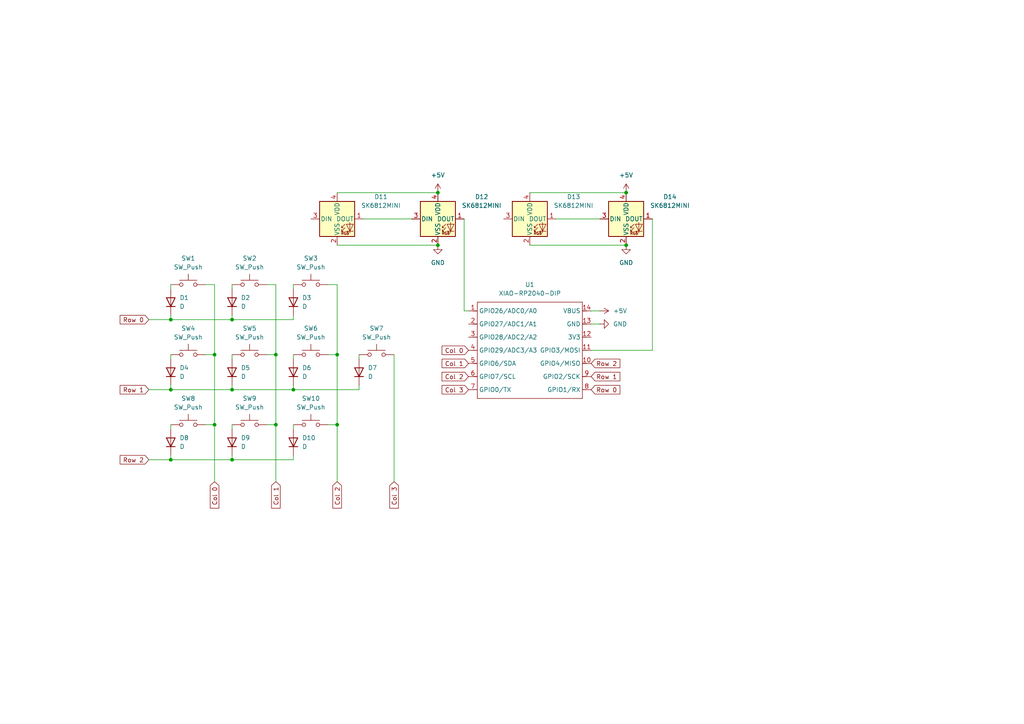
<source format=kicad_sch>
(kicad_sch
	(version 20250114)
	(generator "eeschema")
	(generator_version "9.0")
	(uuid "0e62fbf0-e9d8-4291-96f1-a6475c435529")
	(paper "A4")
	(lib_symbols
		(symbol "Device:D"
			(pin_numbers
				(hide yes)
			)
			(pin_names
				(offset 1.016)
				(hide yes)
			)
			(exclude_from_sim no)
			(in_bom yes)
			(on_board yes)
			(property "Reference" "D"
				(at 0 2.54 0)
				(effects
					(font
						(size 1.27 1.27)
					)
				)
			)
			(property "Value" "D"
				(at 0 -2.54 0)
				(effects
					(font
						(size 1.27 1.27)
					)
				)
			)
			(property "Footprint" ""
				(at 0 0 0)
				(effects
					(font
						(size 1.27 1.27)
					)
					(hide yes)
				)
			)
			(property "Datasheet" "~"
				(at 0 0 0)
				(effects
					(font
						(size 1.27 1.27)
					)
					(hide yes)
				)
			)
			(property "Description" "Diode"
				(at 0 0 0)
				(effects
					(font
						(size 1.27 1.27)
					)
					(hide yes)
				)
			)
			(property "Sim.Device" "D"
				(at 0 0 0)
				(effects
					(font
						(size 1.27 1.27)
					)
					(hide yes)
				)
			)
			(property "Sim.Pins" "1=K 2=A"
				(at 0 0 0)
				(effects
					(font
						(size 1.27 1.27)
					)
					(hide yes)
				)
			)
			(property "ki_keywords" "diode"
				(at 0 0 0)
				(effects
					(font
						(size 1.27 1.27)
					)
					(hide yes)
				)
			)
			(property "ki_fp_filters" "TO-???* *_Diode_* *SingleDiode* D_*"
				(at 0 0 0)
				(effects
					(font
						(size 1.27 1.27)
					)
					(hide yes)
				)
			)
			(symbol "D_0_1"
				(polyline
					(pts
						(xy -1.27 1.27) (xy -1.27 -1.27)
					)
					(stroke
						(width 0.254)
						(type default)
					)
					(fill
						(type none)
					)
				)
				(polyline
					(pts
						(xy 1.27 1.27) (xy 1.27 -1.27) (xy -1.27 0) (xy 1.27 1.27)
					)
					(stroke
						(width 0.254)
						(type default)
					)
					(fill
						(type none)
					)
				)
				(polyline
					(pts
						(xy 1.27 0) (xy -1.27 0)
					)
					(stroke
						(width 0)
						(type default)
					)
					(fill
						(type none)
					)
				)
			)
			(symbol "D_1_1"
				(pin passive line
					(at -3.81 0 0)
					(length 2.54)
					(name "K"
						(effects
							(font
								(size 1.27 1.27)
							)
						)
					)
					(number "1"
						(effects
							(font
								(size 1.27 1.27)
							)
						)
					)
				)
				(pin passive line
					(at 3.81 0 180)
					(length 2.54)
					(name "A"
						(effects
							(font
								(size 1.27 1.27)
							)
						)
					)
					(number "2"
						(effects
							(font
								(size 1.27 1.27)
							)
						)
					)
				)
			)
			(embedded_fonts no)
		)
		(symbol "LED:SK6812MINI"
			(pin_names
				(offset 0.254)
			)
			(exclude_from_sim no)
			(in_bom yes)
			(on_board yes)
			(property "Reference" "D"
				(at 5.08 5.715 0)
				(effects
					(font
						(size 1.27 1.27)
					)
					(justify right bottom)
				)
			)
			(property "Value" "SK6812MINI"
				(at 1.27 -5.715 0)
				(effects
					(font
						(size 1.27 1.27)
					)
					(justify left top)
				)
			)
			(property "Footprint" "LED_SMD:LED_SK6812MINI_PLCC4_3.5x3.5mm_P1.75mm"
				(at 1.27 -7.62 0)
				(effects
					(font
						(size 1.27 1.27)
					)
					(justify left top)
					(hide yes)
				)
			)
			(property "Datasheet" "https://cdn-shop.adafruit.com/product-files/2686/SK6812MINI_REV.01-1-2.pdf"
				(at 2.54 -9.525 0)
				(effects
					(font
						(size 1.27 1.27)
					)
					(justify left top)
					(hide yes)
				)
			)
			(property "Description" "RGB LED with integrated controller"
				(at 0 0 0)
				(effects
					(font
						(size 1.27 1.27)
					)
					(hide yes)
				)
			)
			(property "ki_keywords" "RGB LED NeoPixel Mini addressable"
				(at 0 0 0)
				(effects
					(font
						(size 1.27 1.27)
					)
					(hide yes)
				)
			)
			(property "ki_fp_filters" "LED*SK6812MINI*PLCC*3.5x3.5mm*P1.75mm*"
				(at 0 0 0)
				(effects
					(font
						(size 1.27 1.27)
					)
					(hide yes)
				)
			)
			(symbol "SK6812MINI_0_0"
				(text "RGB"
					(at 2.286 -4.191 0)
					(effects
						(font
							(size 0.762 0.762)
						)
					)
				)
			)
			(symbol "SK6812MINI_0_1"
				(polyline
					(pts
						(xy 1.27 -2.54) (xy 1.778 -2.54)
					)
					(stroke
						(width 0)
						(type default)
					)
					(fill
						(type none)
					)
				)
				(polyline
					(pts
						(xy 1.27 -3.556) (xy 1.778 -3.556)
					)
					(stroke
						(width 0)
						(type default)
					)
					(fill
						(type none)
					)
				)
				(polyline
					(pts
						(xy 2.286 -1.524) (xy 1.27 -2.54) (xy 1.27 -2.032)
					)
					(stroke
						(width 0)
						(type default)
					)
					(fill
						(type none)
					)
				)
				(polyline
					(pts
						(xy 2.286 -2.54) (xy 1.27 -3.556) (xy 1.27 -3.048)
					)
					(stroke
						(width 0)
						(type default)
					)
					(fill
						(type none)
					)
				)
				(polyline
					(pts
						(xy 3.683 -1.016) (xy 3.683 -3.556) (xy 3.683 -4.064)
					)
					(stroke
						(width 0)
						(type default)
					)
					(fill
						(type none)
					)
				)
				(polyline
					(pts
						(xy 4.699 -1.524) (xy 2.667 -1.524) (xy 3.683 -3.556) (xy 4.699 -1.524)
					)
					(stroke
						(width 0)
						(type default)
					)
					(fill
						(type none)
					)
				)
				(polyline
					(pts
						(xy 4.699 -3.556) (xy 2.667 -3.556)
					)
					(stroke
						(width 0)
						(type default)
					)
					(fill
						(type none)
					)
				)
				(rectangle
					(start 5.08 5.08)
					(end -5.08 -5.08)
					(stroke
						(width 0.254)
						(type default)
					)
					(fill
						(type background)
					)
				)
			)
			(symbol "SK6812MINI_1_1"
				(pin input line
					(at -7.62 0 0)
					(length 2.54)
					(name "DIN"
						(effects
							(font
								(size 1.27 1.27)
							)
						)
					)
					(number "3"
						(effects
							(font
								(size 1.27 1.27)
							)
						)
					)
				)
				(pin power_in line
					(at 0 7.62 270)
					(length 2.54)
					(name "VDD"
						(effects
							(font
								(size 1.27 1.27)
							)
						)
					)
					(number "4"
						(effects
							(font
								(size 1.27 1.27)
							)
						)
					)
				)
				(pin power_in line
					(at 0 -7.62 90)
					(length 2.54)
					(name "VSS"
						(effects
							(font
								(size 1.27 1.27)
							)
						)
					)
					(number "2"
						(effects
							(font
								(size 1.27 1.27)
							)
						)
					)
				)
				(pin output line
					(at 7.62 0 180)
					(length 2.54)
					(name "DOUT"
						(effects
							(font
								(size 1.27 1.27)
							)
						)
					)
					(number "1"
						(effects
							(font
								(size 1.27 1.27)
							)
						)
					)
				)
			)
			(embedded_fonts no)
		)
		(symbol "OPL:XIAO-RP2040-DIP"
			(exclude_from_sim no)
			(in_bom yes)
			(on_board yes)
			(property "Reference" "U"
				(at 0 0 0)
				(effects
					(font
						(size 1.27 1.27)
					)
				)
			)
			(property "Value" "XIAO-RP2040-DIP"
				(at 5.334 -1.778 0)
				(effects
					(font
						(size 1.27 1.27)
					)
				)
			)
			(property "Footprint" "Module:MOUDLE14P-XIAO-DIP-SMD"
				(at 14.478 -32.258 0)
				(effects
					(font
						(size 1.27 1.27)
					)
					(hide yes)
				)
			)
			(property "Datasheet" ""
				(at 0 0 0)
				(effects
					(font
						(size 1.27 1.27)
					)
					(hide yes)
				)
			)
			(property "Description" ""
				(at 0 0 0)
				(effects
					(font
						(size 1.27 1.27)
					)
					(hide yes)
				)
			)
			(symbol "XIAO-RP2040-DIP_1_0"
				(polyline
					(pts
						(xy -1.27 -2.54) (xy 29.21 -2.54)
					)
					(stroke
						(width 0.1524)
						(type solid)
					)
					(fill
						(type none)
					)
				)
				(polyline
					(pts
						(xy -1.27 -5.08) (xy -2.54 -5.08)
					)
					(stroke
						(width 0.1524)
						(type solid)
					)
					(fill
						(type none)
					)
				)
				(polyline
					(pts
						(xy -1.27 -5.08) (xy -1.27 -2.54)
					)
					(stroke
						(width 0.1524)
						(type solid)
					)
					(fill
						(type none)
					)
				)
				(polyline
					(pts
						(xy -1.27 -8.89) (xy -2.54 -8.89)
					)
					(stroke
						(width 0.1524)
						(type solid)
					)
					(fill
						(type none)
					)
				)
				(polyline
					(pts
						(xy -1.27 -8.89) (xy -1.27 -5.08)
					)
					(stroke
						(width 0.1524)
						(type solid)
					)
					(fill
						(type none)
					)
				)
				(polyline
					(pts
						(xy -1.27 -12.7) (xy -2.54 -12.7)
					)
					(stroke
						(width 0.1524)
						(type solid)
					)
					(fill
						(type none)
					)
				)
				(polyline
					(pts
						(xy -1.27 -12.7) (xy -1.27 -8.89)
					)
					(stroke
						(width 0.1524)
						(type solid)
					)
					(fill
						(type none)
					)
				)
				(polyline
					(pts
						(xy -1.27 -16.51) (xy -2.54 -16.51)
					)
					(stroke
						(width 0.1524)
						(type solid)
					)
					(fill
						(type none)
					)
				)
				(polyline
					(pts
						(xy -1.27 -16.51) (xy -1.27 -12.7)
					)
					(stroke
						(width 0.1524)
						(type solid)
					)
					(fill
						(type none)
					)
				)
				(polyline
					(pts
						(xy -1.27 -20.32) (xy -2.54 -20.32)
					)
					(stroke
						(width 0.1524)
						(type solid)
					)
					(fill
						(type none)
					)
				)
				(polyline
					(pts
						(xy -1.27 -24.13) (xy -2.54 -24.13)
					)
					(stroke
						(width 0.1524)
						(type solid)
					)
					(fill
						(type none)
					)
				)
				(polyline
					(pts
						(xy -1.27 -27.94) (xy -2.54 -27.94)
					)
					(stroke
						(width 0.1524)
						(type solid)
					)
					(fill
						(type none)
					)
				)
				(polyline
					(pts
						(xy -1.27 -30.48) (xy -1.27 -16.51)
					)
					(stroke
						(width 0.1524)
						(type solid)
					)
					(fill
						(type none)
					)
				)
				(polyline
					(pts
						(xy 29.21 -2.54) (xy 29.21 -5.08)
					)
					(stroke
						(width 0.1524)
						(type solid)
					)
					(fill
						(type none)
					)
				)
				(polyline
					(pts
						(xy 29.21 -5.08) (xy 29.21 -8.89)
					)
					(stroke
						(width 0.1524)
						(type solid)
					)
					(fill
						(type none)
					)
				)
				(polyline
					(pts
						(xy 29.21 -8.89) (xy 29.21 -12.7)
					)
					(stroke
						(width 0.1524)
						(type solid)
					)
					(fill
						(type none)
					)
				)
				(polyline
					(pts
						(xy 29.21 -12.7) (xy 29.21 -30.48)
					)
					(stroke
						(width 0.1524)
						(type solid)
					)
					(fill
						(type none)
					)
				)
				(polyline
					(pts
						(xy 29.21 -30.48) (xy -1.27 -30.48)
					)
					(stroke
						(width 0.1524)
						(type solid)
					)
					(fill
						(type none)
					)
				)
				(polyline
					(pts
						(xy 30.48 -5.08) (xy 29.21 -5.08)
					)
					(stroke
						(width 0.1524)
						(type solid)
					)
					(fill
						(type none)
					)
				)
				(polyline
					(pts
						(xy 30.48 -8.89) (xy 29.21 -8.89)
					)
					(stroke
						(width 0.1524)
						(type solid)
					)
					(fill
						(type none)
					)
				)
				(polyline
					(pts
						(xy 30.48 -12.7) (xy 29.21 -12.7)
					)
					(stroke
						(width 0.1524)
						(type solid)
					)
					(fill
						(type none)
					)
				)
				(polyline
					(pts
						(xy 30.48 -16.51) (xy 29.21 -16.51)
					)
					(stroke
						(width 0.1524)
						(type solid)
					)
					(fill
						(type none)
					)
				)
				(polyline
					(pts
						(xy 30.48 -20.32) (xy 29.21 -20.32)
					)
					(stroke
						(width 0.1524)
						(type solid)
					)
					(fill
						(type none)
					)
				)
				(polyline
					(pts
						(xy 30.48 -24.13) (xy 29.21 -24.13)
					)
					(stroke
						(width 0.1524)
						(type solid)
					)
					(fill
						(type none)
					)
				)
				(polyline
					(pts
						(xy 30.48 -27.94) (xy 29.21 -27.94)
					)
					(stroke
						(width 0.1524)
						(type solid)
					)
					(fill
						(type none)
					)
				)
				(pin passive line
					(at -3.81 -5.08 0)
					(length 2.54)
					(name "GPIO26/ADC0/A0"
						(effects
							(font
								(size 1.27 1.27)
							)
						)
					)
					(number "1"
						(effects
							(font
								(size 1.27 1.27)
							)
						)
					)
				)
				(pin passive line
					(at -3.81 -8.89 0)
					(length 2.54)
					(name "GPIO27/ADC1/A1"
						(effects
							(font
								(size 1.27 1.27)
							)
						)
					)
					(number "2"
						(effects
							(font
								(size 1.27 1.27)
							)
						)
					)
				)
				(pin passive line
					(at -3.81 -12.7 0)
					(length 2.54)
					(name "GPIO28/ADC2/A2"
						(effects
							(font
								(size 1.27 1.27)
							)
						)
					)
					(number "3"
						(effects
							(font
								(size 1.27 1.27)
							)
						)
					)
				)
				(pin passive line
					(at -3.81 -16.51 0)
					(length 2.54)
					(name "GPIO29/ADC3/A3"
						(effects
							(font
								(size 1.27 1.27)
							)
						)
					)
					(number "4"
						(effects
							(font
								(size 1.27 1.27)
							)
						)
					)
				)
				(pin passive line
					(at -3.81 -20.32 0)
					(length 2.54)
					(name "GPIO6/SDA"
						(effects
							(font
								(size 1.27 1.27)
							)
						)
					)
					(number "5"
						(effects
							(font
								(size 1.27 1.27)
							)
						)
					)
				)
				(pin passive line
					(at -3.81 -24.13 0)
					(length 2.54)
					(name "GPIO7/SCL"
						(effects
							(font
								(size 1.27 1.27)
							)
						)
					)
					(number "6"
						(effects
							(font
								(size 1.27 1.27)
							)
						)
					)
				)
				(pin passive line
					(at -3.81 -27.94 0)
					(length 2.54)
					(name "GPIO0/TX"
						(effects
							(font
								(size 1.27 1.27)
							)
						)
					)
					(number "7"
						(effects
							(font
								(size 1.27 1.27)
							)
						)
					)
				)
				(pin passive line
					(at 31.75 -5.08 180)
					(length 2.54)
					(name "VBUS"
						(effects
							(font
								(size 1.27 1.27)
							)
						)
					)
					(number "14"
						(effects
							(font
								(size 1.27 1.27)
							)
						)
					)
				)
				(pin passive line
					(at 31.75 -8.89 180)
					(length 2.54)
					(name "GND"
						(effects
							(font
								(size 1.27 1.27)
							)
						)
					)
					(number "13"
						(effects
							(font
								(size 1.27 1.27)
							)
						)
					)
				)
				(pin passive line
					(at 31.75 -12.7 180)
					(length 2.54)
					(name "3V3"
						(effects
							(font
								(size 1.27 1.27)
							)
						)
					)
					(number "12"
						(effects
							(font
								(size 1.27 1.27)
							)
						)
					)
				)
				(pin passive line
					(at 31.75 -16.51 180)
					(length 2.54)
					(name "GPIO3/MOSI"
						(effects
							(font
								(size 1.27 1.27)
							)
						)
					)
					(number "11"
						(effects
							(font
								(size 1.27 1.27)
							)
						)
					)
				)
				(pin passive line
					(at 31.75 -20.32 180)
					(length 2.54)
					(name "GPIO4/MISO"
						(effects
							(font
								(size 1.27 1.27)
							)
						)
					)
					(number "10"
						(effects
							(font
								(size 1.27 1.27)
							)
						)
					)
				)
				(pin passive line
					(at 31.75 -24.13 180)
					(length 2.54)
					(name "GPIO2/SCK"
						(effects
							(font
								(size 1.27 1.27)
							)
						)
					)
					(number "9"
						(effects
							(font
								(size 1.27 1.27)
							)
						)
					)
				)
				(pin passive line
					(at 31.75 -27.94 180)
					(length 2.54)
					(name "GPIO1/RX"
						(effects
							(font
								(size 1.27 1.27)
							)
						)
					)
					(number "8"
						(effects
							(font
								(size 1.27 1.27)
							)
						)
					)
				)
			)
			(embedded_fonts no)
		)
		(symbol "Switch:SW_Push"
			(pin_numbers
				(hide yes)
			)
			(pin_names
				(offset 1.016)
				(hide yes)
			)
			(exclude_from_sim no)
			(in_bom yes)
			(on_board yes)
			(property "Reference" "SW"
				(at 1.27 2.54 0)
				(effects
					(font
						(size 1.27 1.27)
					)
					(justify left)
				)
			)
			(property "Value" "SW_Push"
				(at 0 -1.524 0)
				(effects
					(font
						(size 1.27 1.27)
					)
				)
			)
			(property "Footprint" ""
				(at 0 5.08 0)
				(effects
					(font
						(size 1.27 1.27)
					)
					(hide yes)
				)
			)
			(property "Datasheet" "~"
				(at 0 5.08 0)
				(effects
					(font
						(size 1.27 1.27)
					)
					(hide yes)
				)
			)
			(property "Description" "Push button switch, generic, two pins"
				(at 0 0 0)
				(effects
					(font
						(size 1.27 1.27)
					)
					(hide yes)
				)
			)
			(property "ki_keywords" "switch normally-open pushbutton push-button"
				(at 0 0 0)
				(effects
					(font
						(size 1.27 1.27)
					)
					(hide yes)
				)
			)
			(symbol "SW_Push_0_1"
				(circle
					(center -2.032 0)
					(radius 0.508)
					(stroke
						(width 0)
						(type default)
					)
					(fill
						(type none)
					)
				)
				(polyline
					(pts
						(xy 0 1.27) (xy 0 3.048)
					)
					(stroke
						(width 0)
						(type default)
					)
					(fill
						(type none)
					)
				)
				(circle
					(center 2.032 0)
					(radius 0.508)
					(stroke
						(width 0)
						(type default)
					)
					(fill
						(type none)
					)
				)
				(polyline
					(pts
						(xy 2.54 1.27) (xy -2.54 1.27)
					)
					(stroke
						(width 0)
						(type default)
					)
					(fill
						(type none)
					)
				)
				(pin passive line
					(at -5.08 0 0)
					(length 2.54)
					(name "1"
						(effects
							(font
								(size 1.27 1.27)
							)
						)
					)
					(number "1"
						(effects
							(font
								(size 1.27 1.27)
							)
						)
					)
				)
				(pin passive line
					(at 5.08 0 180)
					(length 2.54)
					(name "2"
						(effects
							(font
								(size 1.27 1.27)
							)
						)
					)
					(number "2"
						(effects
							(font
								(size 1.27 1.27)
							)
						)
					)
				)
			)
			(embedded_fonts no)
		)
		(symbol "power:+5V"
			(power)
			(pin_numbers
				(hide yes)
			)
			(pin_names
				(offset 0)
				(hide yes)
			)
			(exclude_from_sim no)
			(in_bom yes)
			(on_board yes)
			(property "Reference" "#PWR"
				(at 0 -3.81 0)
				(effects
					(font
						(size 1.27 1.27)
					)
					(hide yes)
				)
			)
			(property "Value" "+5V"
				(at 0 3.556 0)
				(effects
					(font
						(size 1.27 1.27)
					)
				)
			)
			(property "Footprint" ""
				(at 0 0 0)
				(effects
					(font
						(size 1.27 1.27)
					)
					(hide yes)
				)
			)
			(property "Datasheet" ""
				(at 0 0 0)
				(effects
					(font
						(size 1.27 1.27)
					)
					(hide yes)
				)
			)
			(property "Description" "Power symbol creates a global label with name \"+5V\""
				(at 0 0 0)
				(effects
					(font
						(size 1.27 1.27)
					)
					(hide yes)
				)
			)
			(property "ki_keywords" "global power"
				(at 0 0 0)
				(effects
					(font
						(size 1.27 1.27)
					)
					(hide yes)
				)
			)
			(symbol "+5V_0_1"
				(polyline
					(pts
						(xy -0.762 1.27) (xy 0 2.54)
					)
					(stroke
						(width 0)
						(type default)
					)
					(fill
						(type none)
					)
				)
				(polyline
					(pts
						(xy 0 2.54) (xy 0.762 1.27)
					)
					(stroke
						(width 0)
						(type default)
					)
					(fill
						(type none)
					)
				)
				(polyline
					(pts
						(xy 0 0) (xy 0 2.54)
					)
					(stroke
						(width 0)
						(type default)
					)
					(fill
						(type none)
					)
				)
			)
			(symbol "+5V_1_1"
				(pin power_in line
					(at 0 0 90)
					(length 0)
					(name "~"
						(effects
							(font
								(size 1.27 1.27)
							)
						)
					)
					(number "1"
						(effects
							(font
								(size 1.27 1.27)
							)
						)
					)
				)
			)
			(embedded_fonts no)
		)
		(symbol "power:GND"
			(power)
			(pin_numbers
				(hide yes)
			)
			(pin_names
				(offset 0)
				(hide yes)
			)
			(exclude_from_sim no)
			(in_bom yes)
			(on_board yes)
			(property "Reference" "#PWR"
				(at 0 -6.35 0)
				(effects
					(font
						(size 1.27 1.27)
					)
					(hide yes)
				)
			)
			(property "Value" "GND"
				(at 0 -3.81 0)
				(effects
					(font
						(size 1.27 1.27)
					)
				)
			)
			(property "Footprint" ""
				(at 0 0 0)
				(effects
					(font
						(size 1.27 1.27)
					)
					(hide yes)
				)
			)
			(property "Datasheet" ""
				(at 0 0 0)
				(effects
					(font
						(size 1.27 1.27)
					)
					(hide yes)
				)
			)
			(property "Description" "Power symbol creates a global label with name \"GND\" , ground"
				(at 0 0 0)
				(effects
					(font
						(size 1.27 1.27)
					)
					(hide yes)
				)
			)
			(property "ki_keywords" "global power"
				(at 0 0 0)
				(effects
					(font
						(size 1.27 1.27)
					)
					(hide yes)
				)
			)
			(symbol "GND_0_1"
				(polyline
					(pts
						(xy 0 0) (xy 0 -1.27) (xy 1.27 -1.27) (xy 0 -2.54) (xy -1.27 -1.27) (xy 0 -1.27)
					)
					(stroke
						(width 0)
						(type default)
					)
					(fill
						(type none)
					)
				)
			)
			(symbol "GND_1_1"
				(pin power_in line
					(at 0 0 270)
					(length 0)
					(name "~"
						(effects
							(font
								(size 1.27 1.27)
							)
						)
					)
					(number "1"
						(effects
							(font
								(size 1.27 1.27)
							)
						)
					)
				)
			)
			(embedded_fonts no)
		)
	)
	(junction
		(at 49.53 133.35)
		(diameter 0)
		(color 0 0 0 0)
		(uuid "084b72a6-8190-471d-a51b-1457efdeb787")
	)
	(junction
		(at 97.79 102.87)
		(diameter 0)
		(color 0 0 0 0)
		(uuid "09e2e0ec-9fd0-433a-939b-5a272a3567bb")
	)
	(junction
		(at 49.53 113.03)
		(diameter 0)
		(color 0 0 0 0)
		(uuid "14c7b720-24e8-4fa5-8b78-401f42134641")
	)
	(junction
		(at 67.31 92.71)
		(diameter 0)
		(color 0 0 0 0)
		(uuid "37e68c7c-e645-45f4-9357-423f34cc936c")
	)
	(junction
		(at 181.61 55.88)
		(diameter 0)
		(color 0 0 0 0)
		(uuid "3db976ad-1cda-4ccb-9985-905449ceb8ee")
	)
	(junction
		(at 62.23 102.87)
		(diameter 0)
		(color 0 0 0 0)
		(uuid "50c3c70f-495d-4aea-99bb-eda6b066814c")
	)
	(junction
		(at 62.23 123.19)
		(diameter 0)
		(color 0 0 0 0)
		(uuid "58214391-7aa2-409d-a0cf-282a012843a9")
	)
	(junction
		(at 127 55.88)
		(diameter 0)
		(color 0 0 0 0)
		(uuid "68fada56-0199-48ad-9f0f-25df57a70f7b")
	)
	(junction
		(at 80.01 102.87)
		(diameter 0)
		(color 0 0 0 0)
		(uuid "84f2da8f-9459-4108-be2a-6aba2d1c898e")
	)
	(junction
		(at 67.31 133.35)
		(diameter 0)
		(color 0 0 0 0)
		(uuid "88b72877-b009-4fdb-8fb2-88ba4eb3c313")
	)
	(junction
		(at 181.61 71.12)
		(diameter 0)
		(color 0 0 0 0)
		(uuid "88bf7ee3-3ae1-48e8-8200-492ec951f6e7")
	)
	(junction
		(at 85.09 113.03)
		(diameter 0)
		(color 0 0 0 0)
		(uuid "88d03841-98ba-40e7-b42c-52deb5b06892")
	)
	(junction
		(at 80.01 123.19)
		(diameter 0)
		(color 0 0 0 0)
		(uuid "94e29566-6683-40a8-84e5-25460ad4dd33")
	)
	(junction
		(at 49.53 92.71)
		(diameter 0)
		(color 0 0 0 0)
		(uuid "c3c95c36-524c-4ffa-9fe4-56c3bb9b0a1e")
	)
	(junction
		(at 67.31 113.03)
		(diameter 0)
		(color 0 0 0 0)
		(uuid "dd48f0a7-ae8b-432c-9685-f863a079ab0e")
	)
	(junction
		(at 127 71.12)
		(diameter 0)
		(color 0 0 0 0)
		(uuid "f1affcf7-e82e-4a0e-9b69-f87e3a864e66")
	)
	(junction
		(at 97.79 123.19)
		(diameter 0)
		(color 0 0 0 0)
		(uuid "ff003448-8381-468e-adac-9e1ffeb2992c")
	)
	(wire
		(pts
			(xy 97.79 123.19) (xy 95.25 123.19)
		)
		(stroke
			(width 0)
			(type default)
		)
		(uuid "085e4fac-bc23-449c-97c0-6fcd75d98a9e")
	)
	(wire
		(pts
			(xy 85.09 102.87) (xy 85.09 104.14)
		)
		(stroke
			(width 0)
			(type default)
		)
		(uuid "0bffe934-6247-4bde-bd88-7d1628b19bdd")
	)
	(wire
		(pts
			(xy 171.45 93.98) (xy 173.99 93.98)
		)
		(stroke
			(width 0)
			(type default)
		)
		(uuid "1c0f2d1d-1204-4673-a2ad-c8c48bddedb6")
	)
	(wire
		(pts
			(xy 104.14 111.76) (xy 104.14 113.03)
		)
		(stroke
			(width 0)
			(type default)
		)
		(uuid "1dd9d410-e72b-44bb-a644-2a372d4cfc7a")
	)
	(wire
		(pts
			(xy 189.23 101.6) (xy 171.45 101.6)
		)
		(stroke
			(width 0)
			(type default)
		)
		(uuid "1e021664-af4d-4a31-9fbe-56599ab2f6be")
	)
	(wire
		(pts
			(xy 43.18 133.35) (xy 49.53 133.35)
		)
		(stroke
			(width 0)
			(type default)
		)
		(uuid "24a2b7b6-2570-4922-9286-742685932a4f")
	)
	(wire
		(pts
			(xy 189.23 63.5) (xy 189.23 101.6)
		)
		(stroke
			(width 0)
			(type default)
		)
		(uuid "259dc877-768f-4936-87e2-05b15b7b7e0f")
	)
	(wire
		(pts
			(xy 80.01 102.87) (xy 80.01 82.55)
		)
		(stroke
			(width 0)
			(type default)
		)
		(uuid "29cd706e-2491-4d8d-ad0e-cb5f9430f573")
	)
	(wire
		(pts
			(xy 43.18 92.71) (xy 49.53 92.71)
		)
		(stroke
			(width 0)
			(type default)
		)
		(uuid "2b3cb37e-1b8f-4e54-8dc3-a07ac06f5305")
	)
	(wire
		(pts
			(xy 67.31 104.14) (xy 67.31 102.87)
		)
		(stroke
			(width 0)
			(type default)
		)
		(uuid "2b9a5398-d660-4476-8aeb-4fb1336e6f55")
	)
	(wire
		(pts
			(xy 80.01 123.19) (xy 77.47 123.19)
		)
		(stroke
			(width 0)
			(type default)
		)
		(uuid "2d2d8683-1522-4bed-824f-77e3cfadff90")
	)
	(wire
		(pts
			(xy 153.67 55.88) (xy 181.61 55.88)
		)
		(stroke
			(width 0)
			(type default)
		)
		(uuid "2e71b5b8-157c-4fcd-bead-11bc28143587")
	)
	(wire
		(pts
			(xy 80.01 139.7) (xy 80.01 123.19)
		)
		(stroke
			(width 0)
			(type default)
		)
		(uuid "3052e68f-9cac-414d-b297-1c866b9f49aa")
	)
	(wire
		(pts
			(xy 85.09 82.55) (xy 85.09 83.82)
		)
		(stroke
			(width 0)
			(type default)
		)
		(uuid "315e4c5e-39c1-4a55-a5d4-a48777d41cce")
	)
	(wire
		(pts
			(xy 97.79 123.19) (xy 97.79 139.7)
		)
		(stroke
			(width 0)
			(type default)
		)
		(uuid "35019aa0-271c-4db3-9107-ad047410b4a5")
	)
	(wire
		(pts
			(xy 67.31 133.35) (xy 67.31 132.08)
		)
		(stroke
			(width 0)
			(type default)
		)
		(uuid "35da5c92-cdfb-4ab5-855a-abc54134488c")
	)
	(wire
		(pts
			(xy 97.79 82.55) (xy 95.25 82.55)
		)
		(stroke
			(width 0)
			(type default)
		)
		(uuid "3929bc0f-ea0d-46f9-bb75-d073d9acf2f6")
	)
	(wire
		(pts
			(xy 67.31 123.19) (xy 67.31 124.46)
		)
		(stroke
			(width 0)
			(type default)
		)
		(uuid "3fd6fd7c-292e-46ed-909c-1021a3e1542b")
	)
	(wire
		(pts
			(xy 62.23 102.87) (xy 62.23 123.19)
		)
		(stroke
			(width 0)
			(type default)
		)
		(uuid "42c83fef-985a-4d35-8c6a-14b2092499ba")
	)
	(wire
		(pts
			(xy 134.62 90.17) (xy 135.89 90.17)
		)
		(stroke
			(width 0)
			(type default)
		)
		(uuid "496ae9a5-41a8-4865-8248-514d23b76cb1")
	)
	(wire
		(pts
			(xy 67.31 92.71) (xy 67.31 91.44)
		)
		(stroke
			(width 0)
			(type default)
		)
		(uuid "4be6f661-a831-4fdd-9118-500c02b9318d")
	)
	(wire
		(pts
			(xy 49.53 133.35) (xy 67.31 133.35)
		)
		(stroke
			(width 0)
			(type default)
		)
		(uuid "4c108c8c-2ca5-4a70-b33f-b759476d6ce1")
	)
	(wire
		(pts
			(xy 97.79 102.87) (xy 97.79 123.19)
		)
		(stroke
			(width 0)
			(type default)
		)
		(uuid "54363e82-b111-43c3-803f-3ed18b414346")
	)
	(wire
		(pts
			(xy 85.09 113.03) (xy 104.14 113.03)
		)
		(stroke
			(width 0)
			(type default)
		)
		(uuid "5781f07a-5824-483f-9f5b-214aecb5dca0")
	)
	(wire
		(pts
			(xy 67.31 113.03) (xy 67.31 111.76)
		)
		(stroke
			(width 0)
			(type default)
		)
		(uuid "6247970b-49a6-4a99-9639-5973e8782619")
	)
	(wire
		(pts
			(xy 97.79 102.87) (xy 97.79 82.55)
		)
		(stroke
			(width 0)
			(type default)
		)
		(uuid "62b10e43-f06f-47a1-a851-6b1ff3813fe3")
	)
	(wire
		(pts
			(xy 85.09 133.35) (xy 85.09 132.08)
		)
		(stroke
			(width 0)
			(type default)
		)
		(uuid "632c22e7-8e27-4143-8a63-a6449394b017")
	)
	(wire
		(pts
			(xy 43.18 113.03) (xy 49.53 113.03)
		)
		(stroke
			(width 0)
			(type default)
		)
		(uuid "73d3fb08-2ce4-41fb-bd43-18826d8566d2")
	)
	(wire
		(pts
			(xy 114.3 102.87) (xy 114.3 139.7)
		)
		(stroke
			(width 0)
			(type default)
		)
		(uuid "7a29ecab-21d0-440c-80fd-8148c9fb2768")
	)
	(wire
		(pts
			(xy 62.23 102.87) (xy 59.69 102.87)
		)
		(stroke
			(width 0)
			(type default)
		)
		(uuid "86fa24e5-d5c7-4be3-9616-04d7e35d54cf")
	)
	(wire
		(pts
			(xy 49.53 133.35) (xy 49.53 132.08)
		)
		(stroke
			(width 0)
			(type default)
		)
		(uuid "8a498cf2-97db-43c1-8718-6bbc09102d50")
	)
	(wire
		(pts
			(xy 62.23 123.19) (xy 62.23 139.7)
		)
		(stroke
			(width 0)
			(type default)
		)
		(uuid "903b7989-af24-4780-9be2-19f29f31e16b")
	)
	(wire
		(pts
			(xy 97.79 71.12) (xy 127 71.12)
		)
		(stroke
			(width 0)
			(type default)
		)
		(uuid "931801fc-d680-4b14-8151-fd66baa03910")
	)
	(wire
		(pts
			(xy 85.09 91.44) (xy 85.09 92.71)
		)
		(stroke
			(width 0)
			(type default)
		)
		(uuid "939ba414-3fbd-4a89-9b19-b3b1f2d24dbf")
	)
	(wire
		(pts
			(xy 80.01 82.55) (xy 77.47 82.55)
		)
		(stroke
			(width 0)
			(type default)
		)
		(uuid "956b4d34-b205-4bce-b411-9718496c41c3")
	)
	(wire
		(pts
			(xy 49.53 113.03) (xy 49.53 111.76)
		)
		(stroke
			(width 0)
			(type default)
		)
		(uuid "9a9d684f-6e26-4b8f-a939-afb3db79dc63")
	)
	(wire
		(pts
			(xy 171.45 90.17) (xy 173.99 90.17)
		)
		(stroke
			(width 0)
			(type default)
		)
		(uuid "9d32cb6a-e9a8-416d-8d73-5941bb43683d")
	)
	(wire
		(pts
			(xy 104.14 104.14) (xy 104.14 102.87)
		)
		(stroke
			(width 0)
			(type default)
		)
		(uuid "9dbc93de-596d-4492-8620-0632323f068e")
	)
	(wire
		(pts
			(xy 49.53 91.44) (xy 49.53 92.71)
		)
		(stroke
			(width 0)
			(type default)
		)
		(uuid "a3311c50-389f-430e-bf7d-0c5fcb0ecd48")
	)
	(wire
		(pts
			(xy 67.31 92.71) (xy 85.09 92.71)
		)
		(stroke
			(width 0)
			(type default)
		)
		(uuid "a870868b-974d-46dd-bc6e-b908bc782ecc")
	)
	(wire
		(pts
			(xy 134.62 63.5) (xy 134.62 90.17)
		)
		(stroke
			(width 0)
			(type default)
		)
		(uuid "aac66554-27e7-4ccd-8043-bf0d7f522a2f")
	)
	(wire
		(pts
			(xy 85.09 123.19) (xy 85.09 124.46)
		)
		(stroke
			(width 0)
			(type default)
		)
		(uuid "b0859d6e-00cc-40ea-acd1-f1dad89e25ae")
	)
	(wire
		(pts
			(xy 49.53 92.71) (xy 67.31 92.71)
		)
		(stroke
			(width 0)
			(type default)
		)
		(uuid "b0e19c98-16cb-4f66-b489-81aee77d8706")
	)
	(wire
		(pts
			(xy 49.53 104.14) (xy 49.53 102.87)
		)
		(stroke
			(width 0)
			(type default)
		)
		(uuid "b17e0918-50c8-4a45-b679-c97078875028")
	)
	(wire
		(pts
			(xy 67.31 83.82) (xy 67.31 82.55)
		)
		(stroke
			(width 0)
			(type default)
		)
		(uuid "b60d4406-d360-4bdf-b982-5baae6348c95")
	)
	(wire
		(pts
			(xy 97.79 102.87) (xy 95.25 102.87)
		)
		(stroke
			(width 0)
			(type default)
		)
		(uuid "b6ec3a92-f12c-4618-b348-5d7aabb2e4ed")
	)
	(wire
		(pts
			(xy 161.29 63.5) (xy 173.99 63.5)
		)
		(stroke
			(width 0)
			(type default)
		)
		(uuid "bf99f1b6-1915-42ff-8eee-efa77434841b")
	)
	(wire
		(pts
			(xy 62.23 82.55) (xy 62.23 102.87)
		)
		(stroke
			(width 0)
			(type default)
		)
		(uuid "bfa838e1-6452-4f2f-b828-9069efac5302")
	)
	(wire
		(pts
			(xy 85.09 111.76) (xy 85.09 113.03)
		)
		(stroke
			(width 0)
			(type default)
		)
		(uuid "c5299013-9ee1-41b0-a7b6-8be5edaf7476")
	)
	(wire
		(pts
			(xy 153.67 71.12) (xy 181.61 71.12)
		)
		(stroke
			(width 0)
			(type default)
		)
		(uuid "cf944f07-6c03-4a29-85af-ae22c464b734")
	)
	(wire
		(pts
			(xy 97.79 55.88) (xy 127 55.88)
		)
		(stroke
			(width 0)
			(type default)
		)
		(uuid "d0d7a175-1cbe-40fd-b688-58e17c2d3aea")
	)
	(wire
		(pts
			(xy 49.53 113.03) (xy 67.31 113.03)
		)
		(stroke
			(width 0)
			(type default)
		)
		(uuid "d7582f8f-1f72-4ea1-a693-52d09d7557c1")
	)
	(wire
		(pts
			(xy 49.53 123.19) (xy 49.53 124.46)
		)
		(stroke
			(width 0)
			(type default)
		)
		(uuid "d7d4a9e4-7d52-4d09-a19a-7a7871539beb")
	)
	(wire
		(pts
			(xy 67.31 133.35) (xy 85.09 133.35)
		)
		(stroke
			(width 0)
			(type default)
		)
		(uuid "dfb7cbc2-0fa7-4634-93ac-fa18ab5f1db9")
	)
	(wire
		(pts
			(xy 62.23 82.55) (xy 59.69 82.55)
		)
		(stroke
			(width 0)
			(type default)
		)
		(uuid "e37b9b07-e1a7-44d8-bc29-b742b11b1414")
	)
	(wire
		(pts
			(xy 80.01 102.87) (xy 77.47 102.87)
		)
		(stroke
			(width 0)
			(type default)
		)
		(uuid "e707dde3-034d-4078-a3b7-e9ebd14d132c")
	)
	(wire
		(pts
			(xy 62.23 123.19) (xy 59.69 123.19)
		)
		(stroke
			(width 0)
			(type default)
		)
		(uuid "e7375e3e-6f76-4fec-a40f-9ce830f64f8c")
	)
	(wire
		(pts
			(xy 49.53 83.82) (xy 49.53 82.55)
		)
		(stroke
			(width 0)
			(type default)
		)
		(uuid "e88139e5-82c4-4764-baad-4fb83514e637")
	)
	(wire
		(pts
			(xy 80.01 123.19) (xy 80.01 102.87)
		)
		(stroke
			(width 0)
			(type default)
		)
		(uuid "ea163500-e5b7-4438-a447-270c816b66cb")
	)
	(wire
		(pts
			(xy 67.31 113.03) (xy 85.09 113.03)
		)
		(stroke
			(width 0)
			(type default)
		)
		(uuid "f0e868ed-5f48-4d3e-89df-e316087721ab")
	)
	(wire
		(pts
			(xy 105.41 63.5) (xy 119.38 63.5)
		)
		(stroke
			(width 0)
			(type default)
		)
		(uuid "ff757f24-ec4c-4455-884d-aea0099119a4")
	)
	(global_label "Row 1"
		(shape input)
		(at 43.18 113.03 180)
		(fields_autoplaced yes)
		(effects
			(font
				(size 1.27 1.27)
			)
			(justify right)
		)
		(uuid "07299ee6-1804-4b9a-911a-d0c83b252e75")
		(property "Intersheetrefs" "${INTERSHEET_REFS}"
			(at 34.2682 113.03 0)
			(effects
				(font
					(size 1.27 1.27)
				)
				(justify right)
				(hide yes)
			)
		)
	)
	(global_label "Col 3"
		(shape input)
		(at 135.89 113.03 180)
		(fields_autoplaced yes)
		(effects
			(font
				(size 1.27 1.27)
			)
			(justify right)
		)
		(uuid "1d409c8c-4f04-4e09-9c1a-e6d6a8720d29")
		(property "Intersheetrefs" "${INTERSHEET_REFS}"
			(at 127.6435 113.03 0)
			(effects
				(font
					(size 1.27 1.27)
				)
				(justify right)
				(hide yes)
			)
		)
	)
	(global_label "Col 0"
		(shape input)
		(at 62.23 139.7 270)
		(fields_autoplaced yes)
		(effects
			(font
				(size 1.27 1.27)
			)
			(justify right)
		)
		(uuid "2877bf02-0ce6-4993-9773-5ec4af065021")
		(property "Intersheetrefs" "${INTERSHEET_REFS}"
			(at 62.23 147.9465 90)
			(effects
				(font
					(size 1.27 1.27)
				)
				(justify right)
				(hide yes)
			)
		)
	)
	(global_label "Col 3"
		(shape input)
		(at 114.3 139.7 270)
		(fields_autoplaced yes)
		(effects
			(font
				(size 1.27 1.27)
			)
			(justify right)
		)
		(uuid "3de0032a-527c-4d34-a35b-e55fd481ec31")
		(property "Intersheetrefs" "${INTERSHEET_REFS}"
			(at 114.3 147.9465 90)
			(effects
				(font
					(size 1.27 1.27)
				)
				(justify right)
				(hide yes)
			)
		)
	)
	(global_label "Col 1"
		(shape input)
		(at 80.01 139.7 270)
		(fields_autoplaced yes)
		(effects
			(font
				(size 1.27 1.27)
			)
			(justify right)
		)
		(uuid "646d9093-e0ca-4684-ab48-01c023e33719")
		(property "Intersheetrefs" "${INTERSHEET_REFS}"
			(at 80.01 147.9465 90)
			(effects
				(font
					(size 1.27 1.27)
				)
				(justify right)
				(hide yes)
			)
		)
	)
	(global_label "Row 0"
		(shape input)
		(at 171.45 113.03 0)
		(fields_autoplaced yes)
		(effects
			(font
				(size 1.27 1.27)
			)
			(justify left)
		)
		(uuid "7657af22-636d-413a-9728-28ca74dac4d6")
		(property "Intersheetrefs" "${INTERSHEET_REFS}"
			(at 180.3618 113.03 0)
			(effects
				(font
					(size 1.27 1.27)
				)
				(justify left)
				(hide yes)
			)
		)
	)
	(global_label "Row 2"
		(shape input)
		(at 43.18 133.35 180)
		(fields_autoplaced yes)
		(effects
			(font
				(size 1.27 1.27)
			)
			(justify right)
		)
		(uuid "802ff011-f8e6-4116-9a12-0c42a063ef19")
		(property "Intersheetrefs" "${INTERSHEET_REFS}"
			(at 34.2682 133.35 0)
			(effects
				(font
					(size 1.27 1.27)
				)
				(justify right)
				(hide yes)
			)
		)
	)
	(global_label "Row 0"
		(shape input)
		(at 43.18 92.71 180)
		(fields_autoplaced yes)
		(effects
			(font
				(size 1.27 1.27)
			)
			(justify right)
		)
		(uuid "81353018-96d5-4620-87a0-4bf8688e3780")
		(property "Intersheetrefs" "${INTERSHEET_REFS}"
			(at 34.2682 92.71 0)
			(effects
				(font
					(size 1.27 1.27)
				)
				(justify right)
				(hide yes)
			)
		)
	)
	(global_label "Col 1"
		(shape input)
		(at 135.89 105.41 180)
		(fields_autoplaced yes)
		(effects
			(font
				(size 1.27 1.27)
			)
			(justify right)
		)
		(uuid "a9ca547a-f7ec-4873-82c2-7696dfdfae9f")
		(property "Intersheetrefs" "${INTERSHEET_REFS}"
			(at 127.6435 105.41 0)
			(effects
				(font
					(size 1.27 1.27)
				)
				(justify right)
				(hide yes)
			)
		)
	)
	(global_label "Row 1"
		(shape input)
		(at 171.45 109.22 0)
		(fields_autoplaced yes)
		(effects
			(font
				(size 1.27 1.27)
			)
			(justify left)
		)
		(uuid "a9ce84ac-e551-4953-9c66-bda5ab387cac")
		(property "Intersheetrefs" "${INTERSHEET_REFS}"
			(at 180.3618 109.22 0)
			(effects
				(font
					(size 1.27 1.27)
				)
				(justify left)
				(hide yes)
			)
		)
	)
	(global_label "Col 0"
		(shape input)
		(at 135.89 101.6 180)
		(fields_autoplaced yes)
		(effects
			(font
				(size 1.27 1.27)
			)
			(justify right)
		)
		(uuid "b4d670e0-32a3-4558-bc52-dcbd77d72a73")
		(property "Intersheetrefs" "${INTERSHEET_REFS}"
			(at 127.6435 101.6 0)
			(effects
				(font
					(size 1.27 1.27)
				)
				(justify right)
				(hide yes)
			)
		)
	)
	(global_label "Col 2"
		(shape input)
		(at 135.89 109.22 180)
		(fields_autoplaced yes)
		(effects
			(font
				(size 1.27 1.27)
			)
			(justify right)
		)
		(uuid "d7883e07-7a85-4f40-9509-68bf8b23b1cd")
		(property "Intersheetrefs" "${INTERSHEET_REFS}"
			(at 127.6435 109.22 0)
			(effects
				(font
					(size 1.27 1.27)
				)
				(justify right)
				(hide yes)
			)
		)
	)
	(global_label "Row 2"
		(shape input)
		(at 171.45 105.41 0)
		(fields_autoplaced yes)
		(effects
			(font
				(size 1.27 1.27)
			)
			(justify left)
		)
		(uuid "d8a7cbea-c3a5-4468-85c2-7e8ae68feafc")
		(property "Intersheetrefs" "${INTERSHEET_REFS}"
			(at 180.3618 105.41 0)
			(effects
				(font
					(size 1.27 1.27)
				)
				(justify left)
				(hide yes)
			)
		)
	)
	(global_label "Col 2"
		(shape input)
		(at 97.79 139.7 270)
		(fields_autoplaced yes)
		(effects
			(font
				(size 1.27 1.27)
			)
			(justify right)
		)
		(uuid "ea29232d-48d5-42dd-91eb-349e5043e186")
		(property "Intersheetrefs" "${INTERSHEET_REFS}"
			(at 97.79 147.9465 90)
			(effects
				(font
					(size 1.27 1.27)
				)
				(justify right)
				(hide yes)
			)
		)
	)
	(symbol
		(lib_id "Switch:SW_Push")
		(at 90.17 123.19 0)
		(unit 1)
		(exclude_from_sim no)
		(in_bom yes)
		(on_board yes)
		(dnp no)
		(fields_autoplaced yes)
		(uuid "0568c0d7-ecdc-425a-9f8f-3514833ed18f")
		(property "Reference" "SW10"
			(at 90.17 115.57 0)
			(effects
				(font
					(size 1.27 1.27)
				)
			)
		)
		(property "Value" "SW_Push"
			(at 90.17 118.11 0)
			(effects
				(font
					(size 1.27 1.27)
				)
			)
		)
		(property "Footprint" "Button_Switch_Keyboard:SW_Cherry_MX_1.00u_PCB"
			(at 90.17 118.11 0)
			(effects
				(font
					(size 1.27 1.27)
				)
				(hide yes)
			)
		)
		(property "Datasheet" "~"
			(at 90.17 118.11 0)
			(effects
				(font
					(size 1.27 1.27)
				)
				(hide yes)
			)
		)
		(property "Description" "Push button switch, generic, two pins"
			(at 90.17 123.19 0)
			(effects
				(font
					(size 1.27 1.27)
				)
				(hide yes)
			)
		)
		(pin "2"
			(uuid "ff630885-db94-420b-9bd5-95e995950b37")
		)
		(pin "1"
			(uuid "14d2c4bf-29a4-4d86-92ab-b561803f4768")
		)
		(instances
			(project "rhythmpad"
				(path "/0e62fbf0-e9d8-4291-96f1-a6475c435529"
					(reference "SW10")
					(unit 1)
				)
			)
		)
	)
	(symbol
		(lib_id "power:GND")
		(at 127 71.12 0)
		(unit 1)
		(exclude_from_sim no)
		(in_bom yes)
		(on_board yes)
		(dnp no)
		(fields_autoplaced yes)
		(uuid "057bcdee-6bd1-4326-9242-2071a1e6ed7d")
		(property "Reference" "#PWR06"
			(at 127 77.47 0)
			(effects
				(font
					(size 1.27 1.27)
				)
				(hide yes)
			)
		)
		(property "Value" "GND"
			(at 127 76.2 0)
			(effects
				(font
					(size 1.27 1.27)
				)
			)
		)
		(property "Footprint" ""
			(at 127 71.12 0)
			(effects
				(font
					(size 1.27 1.27)
				)
				(hide yes)
			)
		)
		(property "Datasheet" ""
			(at 127 71.12 0)
			(effects
				(font
					(size 1.27 1.27)
				)
				(hide yes)
			)
		)
		(property "Description" "Power symbol creates a global label with name \"GND\" , ground"
			(at 127 71.12 0)
			(effects
				(font
					(size 1.27 1.27)
				)
				(hide yes)
			)
		)
		(pin "1"
			(uuid "6f45aa04-355a-46a0-a2b4-20b10096a5a0")
		)
		(instances
			(project "rhythmpad"
				(path "/0e62fbf0-e9d8-4291-96f1-a6475c435529"
					(reference "#PWR06")
					(unit 1)
				)
			)
		)
	)
	(symbol
		(lib_id "Switch:SW_Push")
		(at 54.61 123.19 0)
		(unit 1)
		(exclude_from_sim no)
		(in_bom yes)
		(on_board yes)
		(dnp no)
		(fields_autoplaced yes)
		(uuid "0e53b2b7-ea7c-441c-9482-17b0ac8b76c7")
		(property "Reference" "SW8"
			(at 54.61 115.57 0)
			(effects
				(font
					(size 1.27 1.27)
				)
			)
		)
		(property "Value" "SW_Push"
			(at 54.61 118.11 0)
			(effects
				(font
					(size 1.27 1.27)
				)
			)
		)
		(property "Footprint" "Button_Switch_Keyboard:SW_Cherry_MX_1.00u_PCB"
			(at 54.61 118.11 0)
			(effects
				(font
					(size 1.27 1.27)
				)
				(hide yes)
			)
		)
		(property "Datasheet" "~"
			(at 54.61 118.11 0)
			(effects
				(font
					(size 1.27 1.27)
				)
				(hide yes)
			)
		)
		(property "Description" "Push button switch, generic, two pins"
			(at 54.61 123.19 0)
			(effects
				(font
					(size 1.27 1.27)
				)
				(hide yes)
			)
		)
		(pin "2"
			(uuid "3d431120-1333-4f9f-a0b5-a325ddf416b0")
		)
		(pin "1"
			(uuid "b91ec10c-fa85-4b77-9db3-3dcbf02803b4")
		)
		(instances
			(project "rhythmpad"
				(path "/0e62fbf0-e9d8-4291-96f1-a6475c435529"
					(reference "SW8")
					(unit 1)
				)
			)
		)
	)
	(symbol
		(lib_id "Switch:SW_Push")
		(at 90.17 82.55 0)
		(unit 1)
		(exclude_from_sim no)
		(in_bom yes)
		(on_board yes)
		(dnp no)
		(fields_autoplaced yes)
		(uuid "0ef8a06e-c1fd-4932-a0d7-28b1dfc0ebbd")
		(property "Reference" "SW3"
			(at 90.17 74.93 0)
			(effects
				(font
					(size 1.27 1.27)
				)
			)
		)
		(property "Value" "SW_Push"
			(at 90.17 77.47 0)
			(effects
				(font
					(size 1.27 1.27)
				)
			)
		)
		(property "Footprint" "Button_Switch_Keyboard:SW_Cherry_MX_1.00u_PCB"
			(at 90.17 77.47 0)
			(effects
				(font
					(size 1.27 1.27)
				)
				(hide yes)
			)
		)
		(property "Datasheet" "~"
			(at 90.17 77.47 0)
			(effects
				(font
					(size 1.27 1.27)
				)
				(hide yes)
			)
		)
		(property "Description" "Push button switch, generic, two pins"
			(at 90.17 82.55 0)
			(effects
				(font
					(size 1.27 1.27)
				)
				(hide yes)
			)
		)
		(pin "2"
			(uuid "1c5505e5-04b3-47fa-8569-ccae810d7d80")
		)
		(pin "1"
			(uuid "eee63f9e-445e-4f67-9590-8f8c9d6fa5dd")
		)
		(instances
			(project "rhythmpad"
				(path "/0e62fbf0-e9d8-4291-96f1-a6475c435529"
					(reference "SW3")
					(unit 1)
				)
			)
		)
	)
	(symbol
		(lib_id "power:+5V")
		(at 127 55.88 0)
		(unit 1)
		(exclude_from_sim no)
		(in_bom yes)
		(on_board yes)
		(dnp no)
		(fields_autoplaced yes)
		(uuid "106e2064-5e61-4e0b-a161-2b8f4bda01d5")
		(property "Reference" "#PWR01"
			(at 127 59.69 0)
			(effects
				(font
					(size 1.27 1.27)
				)
				(hide yes)
			)
		)
		(property "Value" "+5V"
			(at 127 50.8 0)
			(effects
				(font
					(size 1.27 1.27)
				)
			)
		)
		(property "Footprint" ""
			(at 127 55.88 0)
			(effects
				(font
					(size 1.27 1.27)
				)
				(hide yes)
			)
		)
		(property "Datasheet" ""
			(at 127 55.88 0)
			(effects
				(font
					(size 1.27 1.27)
				)
				(hide yes)
			)
		)
		(property "Description" "Power symbol creates a global label with name \"+5V\""
			(at 127 55.88 0)
			(effects
				(font
					(size 1.27 1.27)
				)
				(hide yes)
			)
		)
		(pin "1"
			(uuid "68ab091d-e69b-4a2e-93ea-a835bbaa11ad")
		)
		(instances
			(project "rhythmpad"
				(path "/0e62fbf0-e9d8-4291-96f1-a6475c435529"
					(reference "#PWR01")
					(unit 1)
				)
			)
		)
	)
	(symbol
		(lib_id "Device:D")
		(at 49.53 107.95 90)
		(unit 1)
		(exclude_from_sim no)
		(in_bom yes)
		(on_board yes)
		(dnp no)
		(fields_autoplaced yes)
		(uuid "189dfd79-58bf-48e5-a467-55e69faf8527")
		(property "Reference" "D4"
			(at 52.07 106.6799 90)
			(effects
				(font
					(size 1.27 1.27)
				)
				(justify right)
			)
		)
		(property "Value" "D"
			(at 52.07 109.2199 90)
			(effects
				(font
					(size 1.27 1.27)
				)
				(justify right)
			)
		)
		(property "Footprint" "Diode_THT:D_DO-35_SOD27_P7.62mm_Horizontal"
			(at 49.53 107.95 0)
			(effects
				(font
					(size 1.27 1.27)
				)
				(hide yes)
			)
		)
		(property "Datasheet" "~"
			(at 49.53 107.95 0)
			(effects
				(font
					(size 1.27 1.27)
				)
				(hide yes)
			)
		)
		(property "Description" "Diode"
			(at 49.53 107.95 0)
			(effects
				(font
					(size 1.27 1.27)
				)
				(hide yes)
			)
		)
		(property "Sim.Device" "D"
			(at 49.53 107.95 0)
			(effects
				(font
					(size 1.27 1.27)
				)
				(hide yes)
			)
		)
		(property "Sim.Pins" "1=K 2=A"
			(at 49.53 107.95 0)
			(effects
				(font
					(size 1.27 1.27)
				)
				(hide yes)
			)
		)
		(pin "1"
			(uuid "eb858a88-e754-43fe-abf9-1302f63fcab1")
		)
		(pin "2"
			(uuid "065beaf8-e20d-4928-84eb-83a20423fb40")
		)
		(instances
			(project "rhythmpad"
				(path "/0e62fbf0-e9d8-4291-96f1-a6475c435529"
					(reference "D4")
					(unit 1)
				)
			)
		)
	)
	(symbol
		(lib_id "Switch:SW_Push")
		(at 72.39 102.87 0)
		(unit 1)
		(exclude_from_sim no)
		(in_bom yes)
		(on_board yes)
		(dnp no)
		(fields_autoplaced yes)
		(uuid "39e3bdd5-7ee4-4418-af86-74be79fd7adb")
		(property "Reference" "SW5"
			(at 72.39 95.25 0)
			(effects
				(font
					(size 1.27 1.27)
				)
			)
		)
		(property "Value" "SW_Push"
			(at 72.39 97.79 0)
			(effects
				(font
					(size 1.27 1.27)
				)
			)
		)
		(property "Footprint" "Button_Switch_Keyboard:SW_Cherry_MX_1.00u_PCB"
			(at 72.39 97.79 0)
			(effects
				(font
					(size 1.27 1.27)
				)
				(hide yes)
			)
		)
		(property "Datasheet" "~"
			(at 72.39 97.79 0)
			(effects
				(font
					(size 1.27 1.27)
				)
				(hide yes)
			)
		)
		(property "Description" "Push button switch, generic, two pins"
			(at 72.39 102.87 0)
			(effects
				(font
					(size 1.27 1.27)
				)
				(hide yes)
			)
		)
		(pin "2"
			(uuid "77e4c5ef-fc0a-4b90-890b-0145141c3ab8")
		)
		(pin "1"
			(uuid "75f2d9b5-4e29-480f-82ee-8ed76385ef29")
		)
		(instances
			(project "rhythmpad"
				(path "/0e62fbf0-e9d8-4291-96f1-a6475c435529"
					(reference "SW5")
					(unit 1)
				)
			)
		)
	)
	(symbol
		(lib_id "Switch:SW_Push")
		(at 72.39 123.19 0)
		(unit 1)
		(exclude_from_sim no)
		(in_bom yes)
		(on_board yes)
		(dnp no)
		(fields_autoplaced yes)
		(uuid "3b425898-9d19-4b91-83d4-cdb3b6fc20d1")
		(property "Reference" "SW9"
			(at 72.39 115.57 0)
			(effects
				(font
					(size 1.27 1.27)
				)
			)
		)
		(property "Value" "SW_Push"
			(at 72.39 118.11 0)
			(effects
				(font
					(size 1.27 1.27)
				)
			)
		)
		(property "Footprint" "Button_Switch_Keyboard:SW_Cherry_MX_1.00u_PCB"
			(at 72.39 118.11 0)
			(effects
				(font
					(size 1.27 1.27)
				)
				(hide yes)
			)
		)
		(property "Datasheet" "~"
			(at 72.39 118.11 0)
			(effects
				(font
					(size 1.27 1.27)
				)
				(hide yes)
			)
		)
		(property "Description" "Push button switch, generic, two pins"
			(at 72.39 123.19 0)
			(effects
				(font
					(size 1.27 1.27)
				)
				(hide yes)
			)
		)
		(pin "2"
			(uuid "e6a884ff-6226-4576-b517-67839f7034ed")
		)
		(pin "1"
			(uuid "90a23aca-63d3-42dc-8172-ccd917a412a1")
		)
		(instances
			(project "rhythmpad"
				(path "/0e62fbf0-e9d8-4291-96f1-a6475c435529"
					(reference "SW9")
					(unit 1)
				)
			)
		)
	)
	(symbol
		(lib_id "Device:D")
		(at 85.09 87.63 90)
		(unit 1)
		(exclude_from_sim no)
		(in_bom yes)
		(on_board yes)
		(dnp no)
		(fields_autoplaced yes)
		(uuid "412cb63e-07d8-4e1d-9d47-721c8d74dc4e")
		(property "Reference" "D3"
			(at 87.63 86.3599 90)
			(effects
				(font
					(size 1.27 1.27)
				)
				(justify right)
			)
		)
		(property "Value" "D"
			(at 87.63 88.8999 90)
			(effects
				(font
					(size 1.27 1.27)
				)
				(justify right)
			)
		)
		(property "Footprint" "Diode_THT:D_DO-35_SOD27_P7.62mm_Horizontal"
			(at 85.09 87.63 0)
			(effects
				(font
					(size 1.27 1.27)
				)
				(hide yes)
			)
		)
		(property "Datasheet" "~"
			(at 85.09 87.63 0)
			(effects
				(font
					(size 1.27 1.27)
				)
				(hide yes)
			)
		)
		(property "Description" "Diode"
			(at 85.09 87.63 0)
			(effects
				(font
					(size 1.27 1.27)
				)
				(hide yes)
			)
		)
		(property "Sim.Device" "D"
			(at 85.09 87.63 0)
			(effects
				(font
					(size 1.27 1.27)
				)
				(hide yes)
			)
		)
		(property "Sim.Pins" "1=K 2=A"
			(at 85.09 87.63 0)
			(effects
				(font
					(size 1.27 1.27)
				)
				(hide yes)
			)
		)
		(pin "1"
			(uuid "ce8c5db0-b357-42ac-b199-941de69f29d0")
		)
		(pin "2"
			(uuid "be36fab9-77f2-45ba-8d23-f4818e6da608")
		)
		(instances
			(project "rhythmpad"
				(path "/0e62fbf0-e9d8-4291-96f1-a6475c435529"
					(reference "D3")
					(unit 1)
				)
			)
		)
	)
	(symbol
		(lib_id "Device:D")
		(at 85.09 128.27 90)
		(unit 1)
		(exclude_from_sim no)
		(in_bom yes)
		(on_board yes)
		(dnp no)
		(fields_autoplaced yes)
		(uuid "42c673b0-a1a7-4dba-a16f-258c42627be1")
		(property "Reference" "D10"
			(at 87.63 126.9999 90)
			(effects
				(font
					(size 1.27 1.27)
				)
				(justify right)
			)
		)
		(property "Value" "D"
			(at 87.63 129.5399 90)
			(effects
				(font
					(size 1.27 1.27)
				)
				(justify right)
			)
		)
		(property "Footprint" "Diode_THT:D_DO-35_SOD27_P7.62mm_Horizontal"
			(at 85.09 128.27 0)
			(effects
				(font
					(size 1.27 1.27)
				)
				(hide yes)
			)
		)
		(property "Datasheet" "~"
			(at 85.09 128.27 0)
			(effects
				(font
					(size 1.27 1.27)
				)
				(hide yes)
			)
		)
		(property "Description" "Diode"
			(at 85.09 128.27 0)
			(effects
				(font
					(size 1.27 1.27)
				)
				(hide yes)
			)
		)
		(property "Sim.Device" "D"
			(at 85.09 128.27 0)
			(effects
				(font
					(size 1.27 1.27)
				)
				(hide yes)
			)
		)
		(property "Sim.Pins" "1=K 2=A"
			(at 85.09 128.27 0)
			(effects
				(font
					(size 1.27 1.27)
				)
				(hide yes)
			)
		)
		(pin "1"
			(uuid "2ed4c472-ec11-4a81-85be-fb8d0de5f9cf")
		)
		(pin "2"
			(uuid "50cb5112-feec-498f-8bcf-bf092058573e")
		)
		(instances
			(project "rhythmpad"
				(path "/0e62fbf0-e9d8-4291-96f1-a6475c435529"
					(reference "D10")
					(unit 1)
				)
			)
		)
	)
	(symbol
		(lib_id "Device:D")
		(at 67.31 128.27 90)
		(unit 1)
		(exclude_from_sim no)
		(in_bom yes)
		(on_board yes)
		(dnp no)
		(fields_autoplaced yes)
		(uuid "468b3fda-90bf-4271-a799-162ade3c740b")
		(property "Reference" "D9"
			(at 69.85 126.9999 90)
			(effects
				(font
					(size 1.27 1.27)
				)
				(justify right)
			)
		)
		(property "Value" "D"
			(at 69.85 129.5399 90)
			(effects
				(font
					(size 1.27 1.27)
				)
				(justify right)
			)
		)
		(property "Footprint" "Diode_THT:D_DO-35_SOD27_P7.62mm_Horizontal"
			(at 67.31 128.27 0)
			(effects
				(font
					(size 1.27 1.27)
				)
				(hide yes)
			)
		)
		(property "Datasheet" "~"
			(at 67.31 128.27 0)
			(effects
				(font
					(size 1.27 1.27)
				)
				(hide yes)
			)
		)
		(property "Description" "Diode"
			(at 67.31 128.27 0)
			(effects
				(font
					(size 1.27 1.27)
				)
				(hide yes)
			)
		)
		(property "Sim.Device" "D"
			(at 67.31 128.27 0)
			(effects
				(font
					(size 1.27 1.27)
				)
				(hide yes)
			)
		)
		(property "Sim.Pins" "1=K 2=A"
			(at 67.31 128.27 0)
			(effects
				(font
					(size 1.27 1.27)
				)
				(hide yes)
			)
		)
		(pin "1"
			(uuid "1447b51a-543d-45c6-b56c-df8b42c821e2")
		)
		(pin "2"
			(uuid "693e923d-8747-4614-8d1d-c14cf660467c")
		)
		(instances
			(project "rhythmpad"
				(path "/0e62fbf0-e9d8-4291-96f1-a6475c435529"
					(reference "D9")
					(unit 1)
				)
			)
		)
	)
	(symbol
		(lib_id "power:+5V")
		(at 173.99 90.17 270)
		(unit 1)
		(exclude_from_sim no)
		(in_bom yes)
		(on_board yes)
		(dnp no)
		(fields_autoplaced yes)
		(uuid "48ee3b63-e3af-499d-abd2-c95b1ebb9bb0")
		(property "Reference" "#PWR03"
			(at 170.18 90.17 0)
			(effects
				(font
					(size 1.27 1.27)
				)
				(hide yes)
			)
		)
		(property "Value" "+5V"
			(at 177.8 90.1699 90)
			(effects
				(font
					(size 1.27 1.27)
				)
				(justify left)
			)
		)
		(property "Footprint" ""
			(at 173.99 90.17 0)
			(effects
				(font
					(size 1.27 1.27)
				)
				(hide yes)
			)
		)
		(property "Datasheet" ""
			(at 173.99 90.17 0)
			(effects
				(font
					(size 1.27 1.27)
				)
				(hide yes)
			)
		)
		(property "Description" "Power symbol creates a global label with name \"+5V\""
			(at 173.99 90.17 0)
			(effects
				(font
					(size 1.27 1.27)
				)
				(hide yes)
			)
		)
		(pin "1"
			(uuid "0716971d-77fb-4637-bb89-4be2115af9fd")
		)
		(instances
			(project ""
				(path "/0e62fbf0-e9d8-4291-96f1-a6475c435529"
					(reference "#PWR03")
					(unit 1)
				)
			)
		)
	)
	(symbol
		(lib_id "Switch:SW_Push")
		(at 90.17 102.87 0)
		(unit 1)
		(exclude_from_sim no)
		(in_bom yes)
		(on_board yes)
		(dnp no)
		(fields_autoplaced yes)
		(uuid "49376982-d818-483a-b8af-000d17bb7479")
		(property "Reference" "SW6"
			(at 90.17 95.25 0)
			(effects
				(font
					(size 1.27 1.27)
				)
			)
		)
		(property "Value" "SW_Push"
			(at 90.17 97.79 0)
			(effects
				(font
					(size 1.27 1.27)
				)
			)
		)
		(property "Footprint" "Button_Switch_Keyboard:SW_Cherry_MX_1.00u_PCB"
			(at 90.17 97.79 0)
			(effects
				(font
					(size 1.27 1.27)
				)
				(hide yes)
			)
		)
		(property "Datasheet" "~"
			(at 90.17 97.79 0)
			(effects
				(font
					(size 1.27 1.27)
				)
				(hide yes)
			)
		)
		(property "Description" "Push button switch, generic, two pins"
			(at 90.17 102.87 0)
			(effects
				(font
					(size 1.27 1.27)
				)
				(hide yes)
			)
		)
		(pin "2"
			(uuid "6e2b9668-cf1e-4d4b-9eb8-55b55cf00517")
		)
		(pin "1"
			(uuid "3066ebac-5eb9-414c-a8d0-dd08aa96ef73")
		)
		(instances
			(project "rhythmpad"
				(path "/0e62fbf0-e9d8-4291-96f1-a6475c435529"
					(reference "SW6")
					(unit 1)
				)
			)
		)
	)
	(symbol
		(lib_id "Switch:SW_Push")
		(at 72.39 82.55 0)
		(unit 1)
		(exclude_from_sim no)
		(in_bom yes)
		(on_board yes)
		(dnp no)
		(fields_autoplaced yes)
		(uuid "52b3fa45-c377-4612-9a51-35fa98ff2258")
		(property "Reference" "SW2"
			(at 72.39 74.93 0)
			(effects
				(font
					(size 1.27 1.27)
				)
			)
		)
		(property "Value" "SW_Push"
			(at 72.39 77.47 0)
			(effects
				(font
					(size 1.27 1.27)
				)
			)
		)
		(property "Footprint" "Button_Switch_Keyboard:SW_Cherry_MX_1.00u_PCB"
			(at 72.39 77.47 0)
			(effects
				(font
					(size 1.27 1.27)
				)
				(hide yes)
			)
		)
		(property "Datasheet" "~"
			(at 72.39 77.47 0)
			(effects
				(font
					(size 1.27 1.27)
				)
				(hide yes)
			)
		)
		(property "Description" "Push button switch, generic, two pins"
			(at 72.39 82.55 0)
			(effects
				(font
					(size 1.27 1.27)
				)
				(hide yes)
			)
		)
		(pin "2"
			(uuid "a047bcf4-c877-4a26-b0db-c3ec255afbc4")
		)
		(pin "1"
			(uuid "ec50047e-d782-4860-9d7e-ce237ca3eb4e")
		)
		(instances
			(project "rhythmpad"
				(path "/0e62fbf0-e9d8-4291-96f1-a6475c435529"
					(reference "SW2")
					(unit 1)
				)
			)
		)
	)
	(symbol
		(lib_id "Switch:SW_Push")
		(at 54.61 82.55 0)
		(unit 1)
		(exclude_from_sim no)
		(in_bom yes)
		(on_board yes)
		(dnp no)
		(fields_autoplaced yes)
		(uuid "534e638c-1872-495a-b122-25fb8be3cf94")
		(property "Reference" "SW1"
			(at 54.61 74.93 0)
			(effects
				(font
					(size 1.27 1.27)
				)
			)
		)
		(property "Value" "SW_Push"
			(at 54.61 77.47 0)
			(effects
				(font
					(size 1.27 1.27)
				)
			)
		)
		(property "Footprint" "Button_Switch_Keyboard:SW_Cherry_MX_1.00u_PCB"
			(at 54.61 77.47 0)
			(effects
				(font
					(size 1.27 1.27)
				)
				(hide yes)
			)
		)
		(property "Datasheet" "~"
			(at 54.61 77.47 0)
			(effects
				(font
					(size 1.27 1.27)
				)
				(hide yes)
			)
		)
		(property "Description" "Push button switch, generic, two pins"
			(at 54.61 82.55 0)
			(effects
				(font
					(size 1.27 1.27)
				)
				(hide yes)
			)
		)
		(pin "2"
			(uuid "0cc2ca18-7882-4a43-8cd4-6e2b300da31f")
		)
		(pin "1"
			(uuid "06116dce-d1b8-4c09-a66e-fb83de700c81")
		)
		(instances
			(project ""
				(path "/0e62fbf0-e9d8-4291-96f1-a6475c435529"
					(reference "SW1")
					(unit 1)
				)
			)
		)
	)
	(symbol
		(lib_id "Device:D")
		(at 85.09 107.95 90)
		(unit 1)
		(exclude_from_sim no)
		(in_bom yes)
		(on_board yes)
		(dnp no)
		(fields_autoplaced yes)
		(uuid "5eeaf406-f7df-40ce-a942-29ec3f984e7d")
		(property "Reference" "D6"
			(at 87.63 106.6799 90)
			(effects
				(font
					(size 1.27 1.27)
				)
				(justify right)
			)
		)
		(property "Value" "D"
			(at 87.63 109.2199 90)
			(effects
				(font
					(size 1.27 1.27)
				)
				(justify right)
			)
		)
		(property "Footprint" "Diode_THT:D_DO-35_SOD27_P7.62mm_Horizontal"
			(at 85.09 107.95 0)
			(effects
				(font
					(size 1.27 1.27)
				)
				(hide yes)
			)
		)
		(property "Datasheet" "~"
			(at 85.09 107.95 0)
			(effects
				(font
					(size 1.27 1.27)
				)
				(hide yes)
			)
		)
		(property "Description" "Diode"
			(at 85.09 107.95 0)
			(effects
				(font
					(size 1.27 1.27)
				)
				(hide yes)
			)
		)
		(property "Sim.Device" "D"
			(at 85.09 107.95 0)
			(effects
				(font
					(size 1.27 1.27)
				)
				(hide yes)
			)
		)
		(property "Sim.Pins" "1=K 2=A"
			(at 85.09 107.95 0)
			(effects
				(font
					(size 1.27 1.27)
				)
				(hide yes)
			)
		)
		(pin "1"
			(uuid "fa78f2c8-8057-4169-916b-9c0595017e36")
		)
		(pin "2"
			(uuid "7da9e692-7fd7-43c0-bf08-2b8bbcd21b4e")
		)
		(instances
			(project "rhythmpad"
				(path "/0e62fbf0-e9d8-4291-96f1-a6475c435529"
					(reference "D6")
					(unit 1)
				)
			)
		)
	)
	(symbol
		(lib_id "Device:D")
		(at 49.53 87.63 90)
		(unit 1)
		(exclude_from_sim no)
		(in_bom yes)
		(on_board yes)
		(dnp no)
		(fields_autoplaced yes)
		(uuid "60d016d0-0e39-449a-aded-7525740279e1")
		(property "Reference" "D1"
			(at 52.07 86.3599 90)
			(effects
				(font
					(size 1.27 1.27)
				)
				(justify right)
			)
		)
		(property "Value" "D"
			(at 52.07 88.8999 90)
			(effects
				(font
					(size 1.27 1.27)
				)
				(justify right)
			)
		)
		(property "Footprint" "Diode_THT:D_DO-35_SOD27_P7.62mm_Horizontal"
			(at 49.53 87.63 0)
			(effects
				(font
					(size 1.27 1.27)
				)
				(hide yes)
			)
		)
		(property "Datasheet" "~"
			(at 49.53 87.63 0)
			(effects
				(font
					(size 1.27 1.27)
				)
				(hide yes)
			)
		)
		(property "Description" "Diode"
			(at 49.53 87.63 0)
			(effects
				(font
					(size 1.27 1.27)
				)
				(hide yes)
			)
		)
		(property "Sim.Device" "D"
			(at 49.53 87.63 0)
			(effects
				(font
					(size 1.27 1.27)
				)
				(hide yes)
			)
		)
		(property "Sim.Pins" "1=K 2=A"
			(at 49.53 87.63 0)
			(effects
				(font
					(size 1.27 1.27)
				)
				(hide yes)
			)
		)
		(pin "1"
			(uuid "e592cc2b-26c8-4bc2-9bea-05361300658a")
		)
		(pin "2"
			(uuid "f126bc0b-b2a6-490c-b037-0db37eea0330")
		)
		(instances
			(project ""
				(path "/0e62fbf0-e9d8-4291-96f1-a6475c435529"
					(reference "D1")
					(unit 1)
				)
			)
		)
	)
	(symbol
		(lib_id "Switch:SW_Push")
		(at 54.61 102.87 0)
		(unit 1)
		(exclude_from_sim no)
		(in_bom yes)
		(on_board yes)
		(dnp no)
		(fields_autoplaced yes)
		(uuid "6ce8168f-8aed-48a0-8398-3e2373452e6c")
		(property "Reference" "SW4"
			(at 54.61 95.25 0)
			(effects
				(font
					(size 1.27 1.27)
				)
			)
		)
		(property "Value" "SW_Push"
			(at 54.61 97.79 0)
			(effects
				(font
					(size 1.27 1.27)
				)
			)
		)
		(property "Footprint" "Button_Switch_Keyboard:SW_Cherry_MX_1.00u_PCB"
			(at 54.61 97.79 0)
			(effects
				(font
					(size 1.27 1.27)
				)
				(hide yes)
			)
		)
		(property "Datasheet" "~"
			(at 54.61 97.79 0)
			(effects
				(font
					(size 1.27 1.27)
				)
				(hide yes)
			)
		)
		(property "Description" "Push button switch, generic, two pins"
			(at 54.61 102.87 0)
			(effects
				(font
					(size 1.27 1.27)
				)
				(hide yes)
			)
		)
		(pin "2"
			(uuid "c4034163-b431-4bc7-a67b-44354b747e12")
		)
		(pin "1"
			(uuid "f867e86b-8dc4-4460-9131-a2f4c4da65bc")
		)
		(instances
			(project "rhythmpad"
				(path "/0e62fbf0-e9d8-4291-96f1-a6475c435529"
					(reference "SW4")
					(unit 1)
				)
			)
		)
	)
	(symbol
		(lib_id "Switch:SW_Push")
		(at 109.22 102.87 0)
		(unit 1)
		(exclude_from_sim no)
		(in_bom yes)
		(on_board yes)
		(dnp no)
		(uuid "710077da-ab45-437a-b302-22f4bbd04d6d")
		(property "Reference" "SW7"
			(at 109.22 95.25 0)
			(effects
				(font
					(size 1.27 1.27)
				)
			)
		)
		(property "Value" "SW_Push"
			(at 109.22 97.79 0)
			(effects
				(font
					(size 1.27 1.27)
				)
			)
		)
		(property "Footprint" "Button_Switch_Keyboard:SW_Cherry_MX_1.00u_PCB"
			(at 109.22 97.79 0)
			(effects
				(font
					(size 1.27 1.27)
				)
				(hide yes)
			)
		)
		(property "Datasheet" "~"
			(at 109.22 97.79 0)
			(effects
				(font
					(size 1.27 1.27)
				)
				(hide yes)
			)
		)
		(property "Description" "Push button switch, generic, two pins"
			(at 109.22 102.87 0)
			(effects
				(font
					(size 1.27 1.27)
				)
				(hide yes)
			)
		)
		(pin "2"
			(uuid "d2742584-4a45-49f4-90e9-6d8ba794e616")
		)
		(pin "1"
			(uuid "36c83504-f3ed-4282-ba37-edd956b00dd6")
		)
		(instances
			(project "rhythmpad"
				(path "/0e62fbf0-e9d8-4291-96f1-a6475c435529"
					(reference "SW7")
					(unit 1)
				)
			)
		)
	)
	(symbol
		(lib_id "power:GND")
		(at 173.99 93.98 90)
		(unit 1)
		(exclude_from_sim no)
		(in_bom yes)
		(on_board yes)
		(dnp no)
		(fields_autoplaced yes)
		(uuid "776925c6-6b42-4a78-8cf3-4200b1017e33")
		(property "Reference" "#PWR02"
			(at 180.34 93.98 0)
			(effects
				(font
					(size 1.27 1.27)
				)
				(hide yes)
			)
		)
		(property "Value" "GND"
			(at 177.8 93.9799 90)
			(effects
				(font
					(size 1.27 1.27)
				)
				(justify right)
			)
		)
		(property "Footprint" ""
			(at 173.99 93.98 0)
			(effects
				(font
					(size 1.27 1.27)
				)
				(hide yes)
			)
		)
		(property "Datasheet" ""
			(at 173.99 93.98 0)
			(effects
				(font
					(size 1.27 1.27)
				)
				(hide yes)
			)
		)
		(property "Description" "Power symbol creates a global label with name \"GND\" , ground"
			(at 173.99 93.98 0)
			(effects
				(font
					(size 1.27 1.27)
				)
				(hide yes)
			)
		)
		(pin "1"
			(uuid "0e79f9f9-c12c-4cc9-a9ba-2187641ab87c")
		)
		(instances
			(project ""
				(path "/0e62fbf0-e9d8-4291-96f1-a6475c435529"
					(reference "#PWR02")
					(unit 1)
				)
			)
		)
	)
	(symbol
		(lib_id "LED:SK6812MINI")
		(at 181.61 63.5 0)
		(unit 1)
		(exclude_from_sim no)
		(in_bom yes)
		(on_board yes)
		(dnp no)
		(fields_autoplaced yes)
		(uuid "7cf8c7e9-4cbd-4d3c-a8bd-77734e57eb53")
		(property "Reference" "D14"
			(at 194.31 57.0798 0)
			(effects
				(font
					(size 1.27 1.27)
				)
			)
		)
		(property "Value" "SK6812MINI"
			(at 194.31 59.6198 0)
			(effects
				(font
					(size 1.27 1.27)
				)
			)
		)
		(property "Footprint" "LED_SMD:LED_SK6812MINI_PLCC4_3.5x3.5mm_P1.75mm"
			(at 182.88 71.12 0)
			(effects
				(font
					(size 1.27 1.27)
				)
				(justify left top)
				(hide yes)
			)
		)
		(property "Datasheet" "https://cdn-shop.adafruit.com/product-files/2686/SK6812MINI_REV.01-1-2.pdf"
			(at 184.15 73.025 0)
			(effects
				(font
					(size 1.27 1.27)
				)
				(justify left top)
				(hide yes)
			)
		)
		(property "Description" "RGB LED with integrated controller"
			(at 181.61 63.5 0)
			(effects
				(font
					(size 1.27 1.27)
				)
				(hide yes)
			)
		)
		(pin "3"
			(uuid "276945e4-e489-47ce-bd6b-950635f6e9c8")
		)
		(pin "2"
			(uuid "cd7cbb4c-b746-4c89-94c0-5baf7f6f44d9")
		)
		(pin "4"
			(uuid "0510e1a5-9668-47aa-95ca-bf881d43eddd")
		)
		(pin "1"
			(uuid "675510bd-4288-4e80-b32f-0c22a64ce7f5")
		)
		(instances
			(project "rhythmpad"
				(path "/0e62fbf0-e9d8-4291-96f1-a6475c435529"
					(reference "D14")
					(unit 1)
				)
			)
		)
	)
	(symbol
		(lib_id "Device:D")
		(at 49.53 128.27 90)
		(unit 1)
		(exclude_from_sim no)
		(in_bom yes)
		(on_board yes)
		(dnp no)
		(fields_autoplaced yes)
		(uuid "800b224b-b42b-4796-81bc-723662cc51cd")
		(property "Reference" "D8"
			(at 52.07 126.9999 90)
			(effects
				(font
					(size 1.27 1.27)
				)
				(justify right)
			)
		)
		(property "Value" "D"
			(at 52.07 129.5399 90)
			(effects
				(font
					(size 1.27 1.27)
				)
				(justify right)
			)
		)
		(property "Footprint" "Diode_THT:D_DO-35_SOD27_P7.62mm_Horizontal"
			(at 49.53 128.27 0)
			(effects
				(font
					(size 1.27 1.27)
				)
				(hide yes)
			)
		)
		(property "Datasheet" "~"
			(at 49.53 128.27 0)
			(effects
				(font
					(size 1.27 1.27)
				)
				(hide yes)
			)
		)
		(property "Description" "Diode"
			(at 49.53 128.27 0)
			(effects
				(font
					(size 1.27 1.27)
				)
				(hide yes)
			)
		)
		(property "Sim.Device" "D"
			(at 49.53 128.27 0)
			(effects
				(font
					(size 1.27 1.27)
				)
				(hide yes)
			)
		)
		(property "Sim.Pins" "1=K 2=A"
			(at 49.53 128.27 0)
			(effects
				(font
					(size 1.27 1.27)
				)
				(hide yes)
			)
		)
		(pin "1"
			(uuid "194c6645-f028-4447-82db-15b0a6825ffe")
		)
		(pin "2"
			(uuid "752306aa-636f-4999-9559-8b44cc639320")
		)
		(instances
			(project "rhythmpad"
				(path "/0e62fbf0-e9d8-4291-96f1-a6475c435529"
					(reference "D8")
					(unit 1)
				)
			)
		)
	)
	(symbol
		(lib_id "LED:SK6812MINI")
		(at 153.67 63.5 0)
		(unit 1)
		(exclude_from_sim no)
		(in_bom yes)
		(on_board yes)
		(dnp no)
		(fields_autoplaced yes)
		(uuid "8f7dfa1b-70a2-4f70-8e3f-02c3b2ec10e8")
		(property "Reference" "D13"
			(at 166.37 57.0798 0)
			(effects
				(font
					(size 1.27 1.27)
				)
			)
		)
		(property "Value" "SK6812MINI"
			(at 166.37 59.6198 0)
			(effects
				(font
					(size 1.27 1.27)
				)
			)
		)
		(property "Footprint" "LED_SMD:LED_SK6812MINI_PLCC4_3.5x3.5mm_P1.75mm"
			(at 154.94 71.12 0)
			(effects
				(font
					(size 1.27 1.27)
				)
				(justify left top)
				(hide yes)
			)
		)
		(property "Datasheet" "https://cdn-shop.adafruit.com/product-files/2686/SK6812MINI_REV.01-1-2.pdf"
			(at 156.21 73.025 0)
			(effects
				(font
					(size 1.27 1.27)
				)
				(justify left top)
				(hide yes)
			)
		)
		(property "Description" "RGB LED with integrated controller"
			(at 153.67 63.5 0)
			(effects
				(font
					(size 1.27 1.27)
				)
				(hide yes)
			)
		)
		(pin "3"
			(uuid "07e0c909-2f2e-4550-b49a-91d04bd6fdf8")
		)
		(pin "2"
			(uuid "74f651ae-c5a3-40ab-b19a-de8420ccabe9")
		)
		(pin "4"
			(uuid "6115f3fb-6b75-40bf-aa98-96b552558c55")
		)
		(pin "1"
			(uuid "88f3b0c7-6faf-45e9-8819-b99b1e4b0055")
		)
		(instances
			(project "rhythmpad"
				(path "/0e62fbf0-e9d8-4291-96f1-a6475c435529"
					(reference "D13")
					(unit 1)
				)
			)
		)
	)
	(symbol
		(lib_id "power:GND")
		(at 181.61 71.12 0)
		(unit 1)
		(exclude_from_sim no)
		(in_bom yes)
		(on_board yes)
		(dnp no)
		(fields_autoplaced yes)
		(uuid "a55c4d5c-1530-4789-9895-32e940a7186a")
		(property "Reference" "#PWR04"
			(at 181.61 77.47 0)
			(effects
				(font
					(size 1.27 1.27)
				)
				(hide yes)
			)
		)
		(property "Value" "GND"
			(at 181.61 76.2 0)
			(effects
				(font
					(size 1.27 1.27)
				)
			)
		)
		(property "Footprint" ""
			(at 181.61 71.12 0)
			(effects
				(font
					(size 1.27 1.27)
				)
				(hide yes)
			)
		)
		(property "Datasheet" ""
			(at 181.61 71.12 0)
			(effects
				(font
					(size 1.27 1.27)
				)
				(hide yes)
			)
		)
		(property "Description" "Power symbol creates a global label with name \"GND\" , ground"
			(at 181.61 71.12 0)
			(effects
				(font
					(size 1.27 1.27)
				)
				(hide yes)
			)
		)
		(pin "1"
			(uuid "df740360-a585-4430-b52b-dbe26a7f7e4d")
		)
		(instances
			(project ""
				(path "/0e62fbf0-e9d8-4291-96f1-a6475c435529"
					(reference "#PWR04")
					(unit 1)
				)
			)
		)
	)
	(symbol
		(lib_id "LED:SK6812MINI")
		(at 97.79 63.5 0)
		(unit 1)
		(exclude_from_sim no)
		(in_bom yes)
		(on_board yes)
		(dnp no)
		(uuid "aaf151af-f584-495b-a6cc-08154807b931")
		(property "Reference" "D11"
			(at 110.49 57.0798 0)
			(effects
				(font
					(size 1.27 1.27)
				)
			)
		)
		(property "Value" "SK6812MINI"
			(at 110.49 59.6198 0)
			(effects
				(font
					(size 1.27 1.27)
				)
			)
		)
		(property "Footprint" "LED_SMD:LED_SK6812MINI_PLCC4_3.5x3.5mm_P1.75mm"
			(at 99.06 71.12 0)
			(effects
				(font
					(size 1.27 1.27)
				)
				(justify left top)
				(hide yes)
			)
		)
		(property "Datasheet" "https://cdn-shop.adafruit.com/product-files/2686/SK6812MINI_REV.01-1-2.pdf"
			(at 100.33 73.025 0)
			(effects
				(font
					(size 1.27 1.27)
				)
				(justify left top)
				(hide yes)
			)
		)
		(property "Description" "RGB LED with integrated controller"
			(at 97.79 63.5 0)
			(effects
				(font
					(size 1.27 1.27)
				)
				(hide yes)
			)
		)
		(pin "3"
			(uuid "78496dfb-9899-4948-b9d4-9ca51d5fb618")
		)
		(pin "2"
			(uuid "c119ce40-fbbe-4d80-bbe9-a60589d93f39")
		)
		(pin "4"
			(uuid "3409754d-d1cb-4316-a067-0cdddaabd70e")
		)
		(pin "1"
			(uuid "37f6211e-a2c4-4fc2-9932-64e032429692")
		)
		(instances
			(project ""
				(path "/0e62fbf0-e9d8-4291-96f1-a6475c435529"
					(reference "D11")
					(unit 1)
				)
			)
		)
	)
	(symbol
		(lib_id "OPL:XIAO-RP2040-DIP")
		(at 139.7 85.09 0)
		(unit 1)
		(exclude_from_sim no)
		(in_bom yes)
		(on_board yes)
		(dnp no)
		(fields_autoplaced yes)
		(uuid "bcda6483-9fda-4686-98f5-ad21bf81d6a9")
		(property "Reference" "U1"
			(at 153.67 82.55 0)
			(effects
				(font
					(size 1.27 1.27)
				)
			)
		)
		(property "Value" "XIAO-RP2040-DIP"
			(at 153.67 85.09 0)
			(effects
				(font
					(size 1.27 1.27)
				)
			)
		)
		(property "Footprint" "OPL:XIAO-RP2040-DIP"
			(at 154.178 117.348 0)
			(effects
				(font
					(size 1.27 1.27)
				)
				(hide yes)
			)
		)
		(property "Datasheet" ""
			(at 139.7 85.09 0)
			(effects
				(font
					(size 1.27 1.27)
				)
				(hide yes)
			)
		)
		(property "Description" ""
			(at 139.7 85.09 0)
			(effects
				(font
					(size 1.27 1.27)
				)
				(hide yes)
			)
		)
		(pin "6"
			(uuid "bfda1ac2-6c9d-401d-b05e-191b64f5ba84")
		)
		(pin "7"
			(uuid "bebb1c0d-aab5-4519-bf57-bfe759c4a966")
		)
		(pin "13"
			(uuid "93813b48-5100-4c69-ab74-cfb7c9527b43")
		)
		(pin "8"
			(uuid "b02198f7-457f-4906-933c-a058be99f1e9")
		)
		(pin "9"
			(uuid "9a928ea0-cc5f-4a33-a1e1-05ed932275d0")
		)
		(pin "2"
			(uuid "b9874ef7-ff98-4c07-8234-8aeb1789bbf0")
		)
		(pin "4"
			(uuid "108c0a66-b2ed-4958-971e-474758a119ee")
		)
		(pin "14"
			(uuid "8ec0f9f3-604d-43f0-882e-269a9ded2849")
		)
		(pin "5"
			(uuid "69dc02db-78bb-4eaf-b773-2a5db067aa49")
		)
		(pin "12"
			(uuid "18d96326-a21a-4e99-8b24-ac8ac7f64dbc")
		)
		(pin "11"
			(uuid "37036824-4bb3-4770-acfe-c019fde140d6")
		)
		(pin "1"
			(uuid "fbbcda14-5df9-4f77-b3d5-fd698bc16f94")
		)
		(pin "3"
			(uuid "ff8fa687-e513-43df-9c9a-0dbdc25b3bbf")
		)
		(pin "10"
			(uuid "972706ef-7134-4815-9461-3cb925da6258")
		)
		(instances
			(project ""
				(path "/0e62fbf0-e9d8-4291-96f1-a6475c435529"
					(reference "U1")
					(unit 1)
				)
			)
		)
	)
	(symbol
		(lib_id "power:+5V")
		(at 181.61 55.88 0)
		(unit 1)
		(exclude_from_sim no)
		(in_bom yes)
		(on_board yes)
		(dnp no)
		(fields_autoplaced yes)
		(uuid "c7ff03c6-11b0-461e-8ca1-8498972a034b")
		(property "Reference" "#PWR05"
			(at 181.61 59.69 0)
			(effects
				(font
					(size 1.27 1.27)
				)
				(hide yes)
			)
		)
		(property "Value" "+5V"
			(at 181.61 50.8 0)
			(effects
				(font
					(size 1.27 1.27)
				)
			)
		)
		(property "Footprint" ""
			(at 181.61 55.88 0)
			(effects
				(font
					(size 1.27 1.27)
				)
				(hide yes)
			)
		)
		(property "Datasheet" ""
			(at 181.61 55.88 0)
			(effects
				(font
					(size 1.27 1.27)
				)
				(hide yes)
			)
		)
		(property "Description" "Power symbol creates a global label with name \"+5V\""
			(at 181.61 55.88 0)
			(effects
				(font
					(size 1.27 1.27)
				)
				(hide yes)
			)
		)
		(pin "1"
			(uuid "c0555d1e-3b55-463f-9013-d71ecba29a5b")
		)
		(instances
			(project ""
				(path "/0e62fbf0-e9d8-4291-96f1-a6475c435529"
					(reference "#PWR05")
					(unit 1)
				)
			)
		)
	)
	(symbol
		(lib_id "Device:D")
		(at 67.31 107.95 90)
		(unit 1)
		(exclude_from_sim no)
		(in_bom yes)
		(on_board yes)
		(dnp no)
		(fields_autoplaced yes)
		(uuid "da49fe1a-17f1-49a0-aa0b-f065a483941f")
		(property "Reference" "D5"
			(at 69.85 106.6799 90)
			(effects
				(font
					(size 1.27 1.27)
				)
				(justify right)
			)
		)
		(property "Value" "D"
			(at 69.85 109.2199 90)
			(effects
				(font
					(size 1.27 1.27)
				)
				(justify right)
			)
		)
		(property "Footprint" "Diode_THT:D_DO-35_SOD27_P7.62mm_Horizontal"
			(at 67.31 107.95 0)
			(effects
				(font
					(size 1.27 1.27)
				)
				(hide yes)
			)
		)
		(property "Datasheet" "~"
			(at 67.31 107.95 0)
			(effects
				(font
					(size 1.27 1.27)
				)
				(hide yes)
			)
		)
		(property "Description" "Diode"
			(at 67.31 107.95 0)
			(effects
				(font
					(size 1.27 1.27)
				)
				(hide yes)
			)
		)
		(property "Sim.Device" "D"
			(at 67.31 107.95 0)
			(effects
				(font
					(size 1.27 1.27)
				)
				(hide yes)
			)
		)
		(property "Sim.Pins" "1=K 2=A"
			(at 67.31 107.95 0)
			(effects
				(font
					(size 1.27 1.27)
				)
				(hide yes)
			)
		)
		(pin "1"
			(uuid "5b177793-2e9d-4d60-bce2-721a4e7f9adc")
		)
		(pin "2"
			(uuid "f61d8971-eb90-4993-85d3-f692225e1fcd")
		)
		(instances
			(project "rhythmpad"
				(path "/0e62fbf0-e9d8-4291-96f1-a6475c435529"
					(reference "D5")
					(unit 1)
				)
			)
		)
	)
	(symbol
		(lib_id "Device:D")
		(at 67.31 87.63 90)
		(unit 1)
		(exclude_from_sim no)
		(in_bom yes)
		(on_board yes)
		(dnp no)
		(fields_autoplaced yes)
		(uuid "e3cf4a3f-edee-4000-8b3d-d0b4f3af7c27")
		(property "Reference" "D2"
			(at 69.85 86.3599 90)
			(effects
				(font
					(size 1.27 1.27)
				)
				(justify right)
			)
		)
		(property "Value" "D"
			(at 69.85 88.8999 90)
			(effects
				(font
					(size 1.27 1.27)
				)
				(justify right)
			)
		)
		(property "Footprint" "Diode_THT:D_DO-35_SOD27_P7.62mm_Horizontal"
			(at 67.31 87.63 0)
			(effects
				(font
					(size 1.27 1.27)
				)
				(hide yes)
			)
		)
		(property "Datasheet" "~"
			(at 67.31 87.63 0)
			(effects
				(font
					(size 1.27 1.27)
				)
				(hide yes)
			)
		)
		(property "Description" "Diode"
			(at 67.31 87.63 0)
			(effects
				(font
					(size 1.27 1.27)
				)
				(hide yes)
			)
		)
		(property "Sim.Device" "D"
			(at 67.31 87.63 0)
			(effects
				(font
					(size 1.27 1.27)
				)
				(hide yes)
			)
		)
		(property "Sim.Pins" "1=K 2=A"
			(at 67.31 87.63 0)
			(effects
				(font
					(size 1.27 1.27)
				)
				(hide yes)
			)
		)
		(pin "1"
			(uuid "84787284-02aa-4e86-9ecb-6a256351735d")
		)
		(pin "2"
			(uuid "160f5d06-c427-4b82-863d-961bce594777")
		)
		(instances
			(project "rhythmpad"
				(path "/0e62fbf0-e9d8-4291-96f1-a6475c435529"
					(reference "D2")
					(unit 1)
				)
			)
		)
	)
	(symbol
		(lib_id "LED:SK6812MINI")
		(at 127 63.5 0)
		(unit 1)
		(exclude_from_sim no)
		(in_bom yes)
		(on_board yes)
		(dnp no)
		(fields_autoplaced yes)
		(uuid "f244fe53-6020-4d6e-9170-c75037a770a8")
		(property "Reference" "D12"
			(at 139.7 57.0798 0)
			(effects
				(font
					(size 1.27 1.27)
				)
			)
		)
		(property "Value" "SK6812MINI"
			(at 139.7 59.6198 0)
			(effects
				(font
					(size 1.27 1.27)
				)
			)
		)
		(property "Footprint" "LED_SMD:LED_SK6812MINI_PLCC4_3.5x3.5mm_P1.75mm"
			(at 128.27 71.12 0)
			(effects
				(font
					(size 1.27 1.27)
				)
				(justify left top)
				(hide yes)
			)
		)
		(property "Datasheet" "https://cdn-shop.adafruit.com/product-files/2686/SK6812MINI_REV.01-1-2.pdf"
			(at 129.54 73.025 0)
			(effects
				(font
					(size 1.27 1.27)
				)
				(justify left top)
				(hide yes)
			)
		)
		(property "Description" "RGB LED with integrated controller"
			(at 127 63.5 0)
			(effects
				(font
					(size 1.27 1.27)
				)
				(hide yes)
			)
		)
		(pin "3"
			(uuid "2732242f-40a7-46a6-bccd-0eab4798f008")
		)
		(pin "2"
			(uuid "a37feb9d-051c-449e-965b-96386fb3351b")
		)
		(pin "4"
			(uuid "00a5d99d-15e3-4827-889c-f697c115cff2")
		)
		(pin "1"
			(uuid "de7826e5-8725-4683-a149-163a113bd393")
		)
		(instances
			(project "rhythmpad"
				(path "/0e62fbf0-e9d8-4291-96f1-a6475c435529"
					(reference "D12")
					(unit 1)
				)
			)
		)
	)
	(symbol
		(lib_id "Device:D")
		(at 104.14 107.95 90)
		(unit 1)
		(exclude_from_sim no)
		(in_bom yes)
		(on_board yes)
		(dnp no)
		(fields_autoplaced yes)
		(uuid "f3443b05-fa62-4375-8131-734fb50fafa7")
		(property "Reference" "D7"
			(at 106.68 106.6799 90)
			(effects
				(font
					(size 1.27 1.27)
				)
				(justify right)
			)
		)
		(property "Value" "D"
			(at 106.68 109.2199 90)
			(effects
				(font
					(size 1.27 1.27)
				)
				(justify right)
			)
		)
		(property "Footprint" "Diode_THT:D_DO-35_SOD27_P7.62mm_Horizontal"
			(at 104.14 107.95 0)
			(effects
				(font
					(size 1.27 1.27)
				)
				(hide yes)
			)
		)
		(property "Datasheet" "~"
			(at 104.14 107.95 0)
			(effects
				(font
					(size 1.27 1.27)
				)
				(hide yes)
			)
		)
		(property "Description" "Diode"
			(at 104.14 107.95 0)
			(effects
				(font
					(size 1.27 1.27)
				)
				(hide yes)
			)
		)
		(property "Sim.Device" "D"
			(at 104.14 107.95 0)
			(effects
				(font
					(size 1.27 1.27)
				)
				(hide yes)
			)
		)
		(property "Sim.Pins" "1=K 2=A"
			(at 104.14 107.95 0)
			(effects
				(font
					(size 1.27 1.27)
				)
				(hide yes)
			)
		)
		(pin "1"
			(uuid "c27fe0a1-944d-4072-ac61-bd4c278286fb")
		)
		(pin "2"
			(uuid "978626b9-2b00-4a36-a850-76697284d01f")
		)
		(instances
			(project "rhythmpad"
				(path "/0e62fbf0-e9d8-4291-96f1-a6475c435529"
					(reference "D7")
					(unit 1)
				)
			)
		)
	)
	(sheet_instances
		(path "/"
			(page "1")
		)
	)
	(embedded_fonts no)
)

</source>
